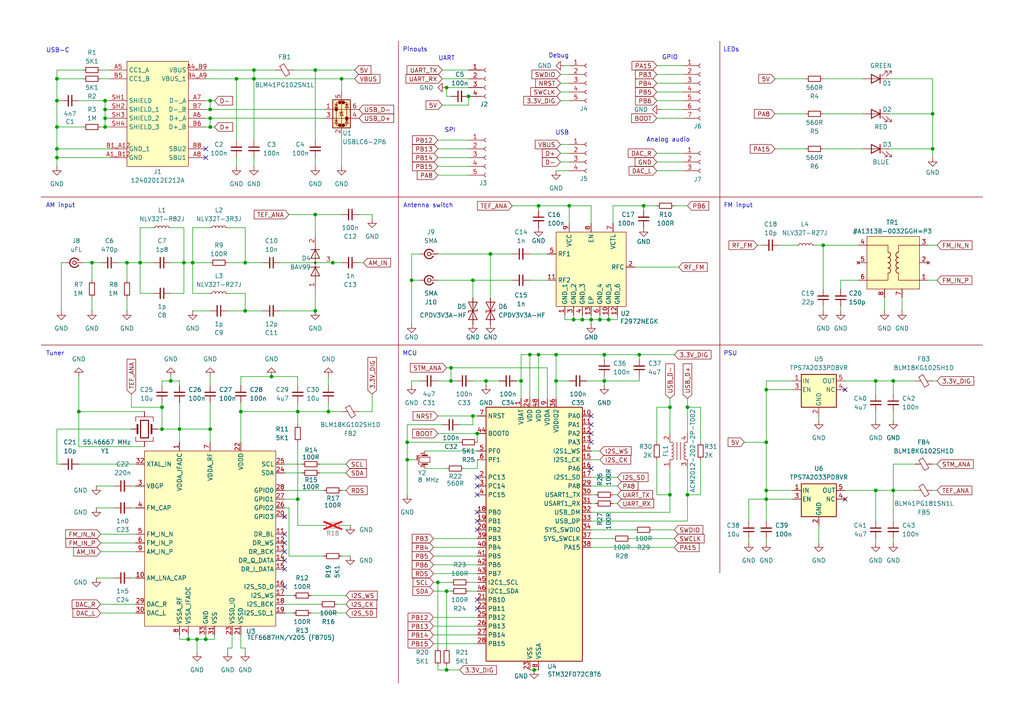
<source format=kicad_sch>
(kicad_sch (version 20231120) (generator "eeschema") (generator_version "8.0")
  (paper "A4")
  (title_block (title "TEF668X Headless USB Tuner") (date "2024-09-01") (rev "v1.1") (company "FMDX.org: Konrad Kosmatka & Sjef Verhoeven"))
  (junction (at 175.26 110.49))
  (junction (at 259.08 142.24))
  (junction (at 96.52 76.2))
  (junction (at 186.69 59.69))
  (junction (at 137.16 120.65))
  (junction (at 118.11 133.35))
  (junction (at 55.88 76.2))
  (junction (at 86.36 144.78))
  (junction (at 95.25 119.38))
  (junction (at 73.66 20.32))
  (junction (at 78.74 109.22))
  (junction (at 16.51 45.72))
  (junction (at 156.21 59.69))
  (junction (at 238.76 71.12))
  (junction (at 156.21 102.87))
  (junction (at 129.54 194.31))
  (junction (at 69.85 119.38))
  (junction (at 60.96 34.29))
  (junction (at 222.25 144.78))
  (junction (at 222.25 128.27))
  (junction (at 60.96 36.83))
  (junction (at 142.24 73.66))
  (junction (at 176.53 92.71))
  (junction (at 46.99 118.11))
  (junction (at 73.66 22.86))
  (junction (at 194.31 118.11))
  (junction (at 91.44 90.17))
  (junction (at 135.89 27.94))
  (junction (at 140.97 110.49))
  (junction (at 161.29 102.87))
  (junction (at 16.51 29.21))
  (junction (at 137.16 81.28))
  (junction (at 185.42 102.87))
  (junction (at 57.15 185.42))
  (junction (at 222.25 142.24))
  (junction (at 222.25 113.03))
  (junction (at 138.43 125.73))
  (junction (at 52.07 124.46))
  (junction (at 71.12 90.17))
  (junction (at 254 110.49))
  (junction (at 127 168.91))
  (junction (at 130.81 110.49))
  (junction (at 30.48 29.21))
  (junction (at 154.94 194.31))
  (junction (at 129.54 25.4))
  (junction (at 130.81 106.68))
  (junction (at 199.39 143.51))
  (junction (at 91.44 62.23))
  (junction (at 199.39 118.11))
  (junction (at 175.26 102.87))
  (junction (at 99.06 22.86))
  (junction (at 49.53 110.49))
  (junction (at 119.38 81.28))
  (junction (at 270.51 43.18))
  (junction (at 40.64 76.2))
  (junction (at 53.34 76.2))
  (junction (at 26.67 76.2))
  (junction (at 16.51 36.83))
  (junction (at 129.54 171.45))
  (junction (at 254 142.24))
  (junction (at 36.83 76.2))
  (junction (at 54.61 185.42))
  (junction (at 30.48 34.29))
  (junction (at 91.44 20.32))
  (junction (at 30.48 36.83))
  (junction (at 270.51 33.02))
  (junction (at 16.51 43.18))
  (junction (at 151.13 110.49))
  (junction (at 118.11 128.27))
  (junction (at 59.69 185.42))
  (junction (at 161.29 110.49))
  (junction (at 68.58 22.86))
  (junction (at 60.96 29.21))
  (junction (at 168.91 92.71))
  (junction (at 194.31 143.51))
  (junction (at 153.67 102.87))
  (junction (at 22.86 119.38))
  (junction (at 46.99 124.46))
  (junction (at 71.12 76.2))
  (junction (at 30.48 31.75))
  (junction (at 16.51 22.86))
  (junction (at 166.37 92.71))
  (junction (at 165.1 59.69))
  (junction (at 60.96 31.75))
  (junction (at 173.99 92.71))
  (junction (at 86.36 119.38))
  (junction (at 171.45 92.71))
  (junction (at 259.08 110.49))
  (junction (at 60.96 124.46))
  (no_connect (at 171.45 123.19))
  (no_connect (at 138.43 138.43))
  (no_connect (at 171.45 128.27))
  (no_connect (at 82.55 149.86))
  (no_connect (at 82.55 162.56))
  (no_connect (at 138.43 176.53))
  (no_connect (at 82.55 157.48))
  (no_connect (at 82.55 154.94))
  (no_connect (at 138.43 173.99))
  (no_connect (at 171.45 120.65))
  (no_connect (at 59.69 43.18))
  (no_connect (at 59.69 45.72))
  (no_connect (at 245.11 144.78))
  (no_connect (at 138.43 148.59))
  (no_connect (at 82.55 170.18))
  (no_connect (at 82.55 160.02))
  (no_connect (at 138.43 153.67))
  (no_connect (at 138.43 140.97))
  (no_connect (at 82.55 165.1))
  (no_connect (at 138.43 143.51))
  (no_connect (at 171.45 125.73))
  (no_connect (at 245.11 113.03))
  (no_connect (at 171.45 135.89))
  (no_connect (at 138.43 151.13))
  (wire (pts (xy 118.11 123.19) (xy 118.11 128.27)))
  (wire (pts (xy 91.44 62.23) (xy 91.44 68.58)))
  (wire (pts (xy 171.45 140.97) (xy 179.07 140.97)))
  (wire (pts (xy 46.99 118.11) (xy 46.99 116.84)))
  (wire (pts (xy 254 110.49) (xy 254 114.3)))
  (wire (pts (xy 81.28 90.17) (xy 91.44 90.17)))
  (wire (pts (xy 59.69 34.29) (xy 60.96 34.29)))
  (wire (pts (xy 199.39 115.57) (xy 199.39 118.11)))
  (wire (pts (xy 245.11 142.24) (xy 254 142.24)))
  (wire (pts (xy 259.08 142.24) (xy 265.43 142.24)))
  (wire (pts (xy 16.51 29.21) (xy 17.78 29.21)))
  (wire (pts (xy 137.16 110.49) (xy 140.97 110.49)))
  (wire (pts (xy 71.12 90.17) (xy 71.12 85.09)))
  (wire (pts (xy 127 50.8) (xy 135.89 50.8)))
  (wire (pts (xy 52.07 116.84) (xy 52.07 124.46)))
  (wire (pts (xy 172.72 143.51) (xy 171.45 143.51)))
  (wire (pts (xy 40.64 76.2) (xy 40.64 85.09)))
  (wire (pts (xy 243.84 90.17) (xy 243.84 88.9)))
  (wire (pts (xy 222.25 110.49) (xy 229.87 110.49)))
  (wire (pts (xy 138.43 135.89) (xy 138.43 133.35)))
  (wire (pts (xy 29.21 20.32) (xy 31.75 20.32)))
  (wire (pts (xy 30.48 34.29) (xy 30.48 36.83)))
  (wire (pts (xy 82.55 175.26) (xy 92.71 175.26)))
  (wire (pts (xy 66.04 187.96) (xy 66.04 189.23)))
  (wire (pts (xy 171.45 138.43) (xy 179.07 138.43)))
  (wire (pts (xy 83.82 147.32) (xy 83.82 161.29)))
  (wire (pts (xy 119.38 110.49) (xy 119.38 111.76)))
  (polyline (pts (xy 208.788 11.938) (xy 208.788 166.116)) (stroke (width 0) (color 132 0 0 1)))
  (wire (pts (xy 179.07 91.44) (xy 179.07 92.71)))
  (wire (pts (xy 151.13 102.87) (xy 153.67 102.87)))
  (wire (pts (xy 182.88 156.21) (xy 195.58 156.21)))
  (wire (pts (xy 162.56 26.67) (xy 165.1 26.67)))
  (wire (pts (xy 60.96 109.22) (xy 60.96 111.76)))
  (wire (pts (xy 194.31 135.89) (xy 194.31 143.51)))
  (wire (pts (xy 140.97 111.76) (xy 140.97 110.49)))
  (wire (pts (xy 49.53 76.2) (xy 53.34 76.2)))
  (wire (pts (xy 29.21 175.26) (xy 39.37 175.26)))
  (wire (pts (xy 66.04 90.17) (xy 71.12 90.17)))
  (wire (pts (xy 270.51 33.02) (xy 270.51 43.18)))
  (wire (pts (xy 125.73 171.45) (xy 129.54 171.45)))
  (wire (pts (xy 38.1 147.32) (xy 39.37 147.32)))
  (wire (pts (xy 129.54 193.04) (xy 129.54 194.31)))
  (wire (pts (xy 86.36 144.78) (xy 86.36 152.4)))
  (wire (pts (xy 119.38 81.28) (xy 119.38 93.98)))
  (wire (pts (xy 215.9 128.27) (xy 222.25 128.27)))
  (wire (pts (xy 125.73 163.83) (xy 138.43 163.83)))
  (wire (pts (xy 175.26 109.22) (xy 175.26 110.49)))
  (wire (pts (xy 217.17 144.78) (xy 222.25 144.78)))
  (wire (pts (xy 171.45 153.67) (xy 184.15 153.67)))
  (wire (pts (xy 129.54 25.4) (xy 135.89 25.4)))
  (wire (pts (xy 127 73.66) (xy 142.24 73.66)))
  (wire (pts (xy 26.67 76.2) (xy 26.67 81.28)))
  (wire (pts (xy 67.31 187.96) (xy 67.31 184.15)))
  (wire (pts (xy 78.74 109.22) (xy 86.36 109.22)))
  (wire (pts (xy 53.34 76.2) (xy 55.88 76.2)))
  (wire (pts (xy 17.78 76.2) (xy 19.05 76.2)))
  (wire (pts (xy 38.1 167.64) (xy 39.37 167.64)))
  (wire (pts (xy 46.99 110.49) (xy 46.99 111.76)))
  (wire (pts (xy 222.25 144.78) (xy 222.25 151.13)))
  (wire (pts (xy 259.08 110.49) (xy 259.08 114.3)))
  (wire (pts (xy 137.16 123.19) (xy 137.16 120.65)))
  (wire (pts (xy 91.44 20.32) (xy 102.87 20.32)))
  (wire (pts (xy 27.94 167.64) (xy 33.02 167.64)))
  (wire (pts (xy 269.24 71.12) (xy 271.78 71.12)))
  (wire (pts (xy 71.12 90.17) (xy 76.2 90.17)))
  (wire (pts (xy 217.17 157.48) (xy 217.17 156.21)))
  (wire (pts (xy 86.36 109.22) (xy 86.36 111.76)))
  (wire (pts (xy 57.15 185.42) (xy 59.69 185.42)))
  (wire (pts (xy 22.86 129.54) (xy 41.91 129.54)))
  (wire (pts (xy 161.29 102.87) (xy 161.29 110.49)))
  (wire (pts (xy 104.14 119.38) (xy 107.95 119.38)))
  (wire (pts (xy 190.5 133.35) (xy 190.5 143.51)))
  (wire (pts (xy 161.29 102.87) (xy 175.26 102.87)))
  (wire (pts (xy 71.12 66.04) (xy 71.12 76.2)))
  (wire (pts (xy 179.07 143.51) (xy 177.8 143.51)))
  (wire (pts (xy 189.23 153.67) (xy 195.58 153.67)))
  (wire (pts (xy 168.91 92.71) (xy 171.45 92.71)))
  (wire (pts (xy 171.45 91.44) (xy 171.45 92.71)))
  (wire (pts (xy 162.56 29.21) (xy 165.1 29.21)))
  (wire (pts (xy 222.25 110.49) (xy 222.25 113.03)))
  (wire (pts (xy 222.25 128.27) (xy 222.25 142.24)))
  (wire (pts (xy 153.67 102.87) (xy 156.21 102.87)))
  (wire (pts (xy 172.72 146.05) (xy 171.45 146.05)))
  (wire (pts (xy 203.2 128.27) (xy 203.2 118.11)))
  (wire (pts (xy 66.04 66.04) (xy 71.12 66.04)))
  (wire (pts (xy 71.12 76.2) (xy 76.2 76.2)))
  (wire (pts (xy 194.31 143.51) (xy 194.31 148.59)))
  (wire (pts (xy 95.25 109.22) (xy 95.25 111.76)))
  (wire (pts (xy 82.55 134.62) (xy 87.63 134.62)))
  (wire (pts (xy 52.07 124.46) (xy 60.96 124.46)))
  (wire (pts (xy 163.83 92.71) (xy 166.37 92.71)))
  (wire (pts (xy 91.44 62.23) (xy 99.06 62.23)))
  (wire (pts (xy 69.85 187.96) (xy 69.85 184.15)))
  (wire (pts (xy 62.23 185.42) (xy 62.23 184.15)))
  (wire (pts (xy 82.55 142.24) (xy 93.98 142.24)))
  (wire (pts (xy 83.82 161.29) (xy 93.98 161.29)))
  (wire (pts (xy 238.76 90.17) (xy 238.76 88.9)))
  (wire (pts (xy 90.17 172.72) (xy 100.33 172.72)))
  (wire (pts (xy 68.58 22.86) (xy 73.66 22.86)))
  (wire (pts (xy 129.54 171.45) (xy 130.81 171.45)))
  (wire (pts (xy 222.25 157.48) (xy 222.25 156.21)))
  (wire (pts (xy 165.1 59.69) (xy 171.45 59.69)))
  (wire (pts (xy 259.08 157.48) (xy 259.08 156.21)))
  (wire (pts (xy 130.81 106.68) (xy 158.75 106.68)))
  (wire (pts (xy 52.07 185.42) (xy 54.61 185.42)))
  (wire (pts (xy 92.71 137.16) (xy 100.33 137.16)))
  (wire (pts (xy 153.67 73.66) (xy 158.75 73.66)))
  (wire (pts (xy 173.99 92.71) (xy 176.53 92.71)))
  (wire (pts (xy 29.21 177.8) (xy 39.37 177.8)))
  (wire (pts (xy 119.38 110.49) (xy 121.92 110.49)))
  (wire (pts (xy 224.79 43.18) (xy 233.68 43.18)))
  (wire (pts (xy 186.69 59.69) (xy 190.5 59.69)))
  (wire (pts (xy 165.1 59.69) (xy 165.1 64.77)))
  (wire (pts (xy 190.5 44.45) (xy 198.12 44.45)))
  (wire (pts (xy 16.51 134.62) (xy 17.78 134.62)))
  (wire (pts (xy 170.18 110.49) (xy 175.26 110.49)))
  (wire (pts (xy 254 142.24) (xy 254 151.13)))
  (wire (pts (xy 135.89 171.45) (xy 138.43 171.45)))
  (wire (pts (xy 46.99 110.49) (xy 49.53 110.49)))
  (wire (pts (xy 60.96 116.84) (xy 60.96 124.46)))
  (wire (pts (xy 128.27 30.48) (xy 135.89 30.48)))
  (wire (pts (xy 59.69 20.32) (xy 73.66 20.32)))
  (wire (pts (xy 186.69 60.96) (xy 186.69 59.69)))
  (wire (pts (xy 69.85 116.84) (xy 69.85 119.38)))
  (wire (pts (xy 238.76 22.86) (xy 250.19 22.86)))
  (wire (pts (xy 54.61 185.42) (xy 54.61 184.15)))
  (wire (pts (xy 171.45 92.71) (xy 173.99 92.71)))
  (wire (pts (xy 107.95 62.23) (xy 107.95 63.5)))
  (wire (pts (xy 99.06 22.86) (xy 102.87 22.86)))
  (wire (pts (xy 127 194.31) (xy 129.54 194.31)))
  (wire (pts (xy 222.25 113.03) (xy 229.87 113.03)))
  (wire (pts (xy 38.1 114.3) (xy 38.1 118.11)))
  (wire (pts (xy 171.45 92.71) (xy 171.45 93.98)))
  (wire (pts (xy 34.29 76.2) (xy 36.83 76.2)))
  (wire (pts (xy 82.55 177.8) (xy 85.09 177.8)))
  (wire (pts (xy 16.51 36.83) (xy 16.51 29.21)))
  (wire (pts (xy 17.78 90.17) (xy 17.78 76.2)))
  (wire (pts (xy 91.44 20.32) (xy 91.44 40.64)))
  (wire (pts (xy 69.85 109.22) (xy 69.85 111.76)))
  (wire (pts (xy 127 125.73) (xy 138.43 125.73)))
  (wire (pts (xy 257.81 33.02) (xy 270.51 33.02)))
  (wire (pts (xy 199.39 135.89) (xy 199.39 143.51)))
  (wire (pts (xy 16.51 134.62) (xy 16.51 124.46)))
  (wire (pts (xy 22.86 29.21) (xy 30.48 29.21)))
  (wire (pts (xy 52.07 124.46) (xy 52.07 128.27)))
  (wire (pts (xy 30.48 34.29) (xy 31.75 34.29)))
  (wire (pts (xy 71.12 85.09) (xy 66.04 85.09)))
  (wire (pts (xy 16.51 20.32) (xy 24.13 20.32)))
  (wire (pts (xy 86.36 116.84) (xy 86.36 119.38)))
  (wire (pts (xy 190.5 34.29) (xy 198.12 34.29)))
  (wire (pts (xy 52.07 110.49) (xy 52.07 111.76)))
  (wire (pts (xy 16.51 36.83) (xy 24.13 36.83)))
  (wire (pts (xy 40.64 76.2) (xy 44.45 76.2)))
  (wire (pts (xy 190.5 24.13) (xy 198.12 24.13)))
  (wire (pts (xy 149.86 110.49) (xy 151.13 110.49)))
  (wire (pts (xy 140.97 110.49) (xy 144.78 110.49)))
  (wire (pts (xy 82.55 172.72) (xy 85.09 172.72)))
  (wire (pts (xy 68.58 45.72) (xy 68.58 48.26)))
  (wire (pts (xy 91.44 83.82) (xy 91.44 90.17)))
  (wire (pts (xy 254 142.24) (xy 259.08 142.24)))
  (wire (pts (xy 163.83 19.05) (xy 165.1 19.05)))
  (wire (pts (xy 222.25 144.78) (xy 222.25 142.24)))
  (wire (pts (xy 60.96 29.21) (xy 62.23 29.21)))
  (wire (pts (xy 71.12 187.96) (xy 71.12 189.23)))
  (wire (pts (xy 129.54 106.68) (xy 130.81 106.68)))
  (wire (pts (xy 60.96 29.21) (xy 60.96 31.75)))
  (wire (pts (xy 22.86 109.22) (xy 22.86 119.38)))
  (wire (pts (xy 127 168.91) (xy 130.81 168.91)))
  (wire (pts (xy 151.13 110.49) (xy 151.13 115.57)))
  (wire (pts (xy 73.66 45.72) (xy 73.66 48.26)))
  (wire (pts (xy 224.79 22.86) (xy 233.68 22.86)))
  (wire (pts (xy 86.36 152.4) (xy 93.98 152.4)))
  (wire (pts (xy 57.15 185.42) (xy 57.15 189.23)))
  (wire (pts (xy 137.16 81.28) (xy 148.59 81.28)))
  (wire (pts (xy 69.85 119.38) (xy 86.36 119.38)))
  (wire (pts (xy 173.99 130.81) (xy 171.45 130.81)))
  (wire (pts (xy 128.27 20.32) (xy 135.89 20.32)))
  (wire (pts (xy 86.36 123.19) (xy 86.36 119.38)))
  (wire (pts (xy 96.52 76.2) (xy 99.06 76.2)))
  (wire (pts (xy 123.19 130.81) (xy 138.43 130.81)))
  (wire (pts (xy 153.67 81.28) (xy 158.75 81.28)))
  (wire (pts (xy 81.28 76.2) (xy 96.52 76.2)))
  (wire (pts (xy 129.54 194.31) (xy 133.35 194.31)))
  (wire (pts (xy 194.31 115.57) (xy 194.31 118.11)))
  (wire (pts (xy 22.86 134.62) (xy 39.37 134.62)))
  (wire (pts (xy 59.69 36.83) (xy 60.96 36.83)))
  (wire (pts (xy 36.83 90.17) (xy 36.83 86.36)))
  (wire (pts (xy 54.61 185.42) (xy 57.15 185.42)))
  (wire (pts (xy 29.21 160.02) (xy 39.37 160.02)))
  (wire (pts (xy 38.1 118.11) (xy 46.99 118.11)))
  (wire (pts (xy 199.39 118.11) (xy 199.39 125.73)))
  (wire (pts (xy 254 119.38) (xy 254 121.92)))
  (wire (pts (xy 142.24 73.66) (xy 142.24 86.36)))
  (wire (pts (xy 171.45 156.21) (xy 177.8 156.21)))
  (wire (pts (xy 190.5 143.51) (xy 194.31 143.51)))
  (wire (pts (xy 60.96 34.29) (xy 60.96 36.83)))
  (wire (pts (xy 129.54 27.94) (xy 129.54 25.4)))
  (wire (pts (xy 270.51 142.24) (xy 271.78 142.24)))
  (wire (pts (xy 69.85 109.22) (xy 78.74 109.22)))
  (wire (pts (xy 90.17 177.8) (xy 100.33 177.8)))
  (wire (pts (xy 162.56 24.13) (xy 165.1 24.13)))
  (wire (pts (xy 162.56 46.99) (xy 165.1 46.99)))
  (wire (pts (xy 156.21 60.96) (xy 156.21 59.69)))
  (wire (pts (xy 16.51 43.18) (xy 16.51 45.72)))
  (wire (pts (xy 191.77 31.75) (xy 198.12 31.75)))
  (wire (pts (xy 270.51 45.72) (xy 270.51 43.18)))
  (wire (pts (xy 127 168.91) (xy 127 187.96)))
  (wire (pts (xy 195.58 59.69) (xy 199.39 59.69)))
  (wire (pts (xy 171.45 158.75) (xy 195.58 158.75)))
  (wire (pts (xy 229.87 144.78) (xy 222.25 144.78)))
  (wire (pts (xy 82.55 137.16) (xy 87.63 137.16)))
  (wire (pts (xy 86.36 119.38) (xy 95.25 119.38)))
  (wire (pts (xy 162.56 41.91) (xy 165.1 41.91)))
  (wire (pts (xy 171.45 59.69) (xy 171.45 64.77)))
  (wire (pts (xy 259.08 142.24) (xy 259.08 151.13)))
  (wire (pts (xy 86.36 128.27) (xy 86.36 144.78)))
  (wire (pts (xy 59.69 31.75) (xy 60.96 31.75)))
  (wire (pts (xy 259.08 110.49) (xy 265.43 110.49)))
  (wire (pts (xy 66.04 187.96) (xy 67.31 187.96)))
  (wire (pts (xy 259.08 119.38) (xy 259.08 121.92)))
  (wire (pts (xy 91.44 45.72) (xy 91.44 48.26)))
  (wire (pts (xy 127 40.64) (xy 135.89 40.64)))
  (wire (pts (xy 237.49 120.65) (xy 237.49 121.92)))
  (wire (pts (xy 55.88 76.2) (xy 55.88 85.09)))
  (wire (pts (xy 190.5 19.05) (xy 198.12 19.05)))
  (polyline (pts (xy 115.57 11.938) (xy 115.57 198.12)) (stroke (width 0) (color 132 0 0 1)))
  (wire (pts (xy 95.25 116.84) (xy 95.25 119.38)))
  (wire (pts (xy 118.11 128.27) (xy 133.35 128.27)))
  (wire (pts (xy 125.73 168.91) (xy 127 168.91)))
  (wire (pts (xy 123.19 135.89) (xy 129.54 135.89)))
  (wire (pts (xy 129.54 171.45) (xy 129.54 187.96)))
  (wire (pts (xy 127 193.04) (xy 127 194.31)))
  (wire (pts (xy 45.72 124.46) (xy 46.99 124.46)))
  (wire (pts (xy 68.58 22.86) (xy 68.58 40.64)))
  (wire (pts (xy 162.56 44.45) (xy 165.1 44.45)))
  (wire (pts (xy 127 48.26) (xy 135.89 48.26)))
  (wire (pts (xy 194.31 118.11) (xy 194.31 125.73)))
  (wire (pts (xy 137.16 123.19) (xy 133.35 123.19)))
  (wire (pts (xy 250.19 33.02) (xy 238.76 33.02)))
  (wire (pts (xy 259.08 134.62) (xy 265.43 134.62)))
  (wire (pts (xy 190.5 21.59) (xy 198.12 21.59)))
  (wire (pts (xy 190.5 118.11) (xy 190.5 128.27)))
  (wire (pts (xy 161.29 49.53) (xy 165.1 49.53)))
  (wire (pts (xy 60.96 31.75) (xy 93.98 31.75)))
  (wire (pts (xy 156.21 115.57) (xy 156.21 102.87)))
  (wire (pts (xy 83.82 62.23) (xy 91.44 62.23)))
  (wire (pts (xy 66.04 76.2) (xy 71.12 76.2)))
  (wire (pts (xy 99.06 39.37) (xy 99.06 48.26)))
  (wire (pts (xy 226.06 71.12) (xy 231.14 71.12)))
  (wire (pts (xy 237.49 152.4) (xy 237.49 157.48)))
  (wire (pts (xy 24.13 76.2) (xy 26.67 76.2)))
  (wire (pts (xy 148.59 59.69) (xy 156.21 59.69)))
  (wire (pts (xy 27.94 140.97) (xy 33.02 140.97)))
  (wire (pts (xy 59.69 22.86) (xy 68.58 22.86)))
  (wire (pts (xy 27.94 147.32) (xy 33.02 147.32)))
  (wire (pts (xy 194.31 148.59) (xy 171.45 148.59)))
  (wire (pts (xy 52.07 185.42) (xy 52.07 184.15)))
  (wire (pts (xy 36.83 76.2) (xy 40.64 76.2)))
  (wire (pts (xy 130.81 110.49) (xy 127 110.49)))
  (wire (pts (xy 99.06 152.4) (xy 101.6 152.4)))
  (wire (pts (xy 154.94 194.31) (xy 156.21 194.31)))
  (wire (pts (xy 177.8 59.69) (xy 177.8 64.77)))
  (wire (pts (xy 177.8 59.69) (xy 186.69 59.69)))
  (wire (pts (xy 153.67 102.87) (xy 153.67 115.57)))
  (wire (pts (xy 130.81 27.94) (xy 129.54 27.94)))
  (wire (pts (xy 127 120.65) (xy 137.16 120.65)))
  (wire (pts (xy 137.16 81.28) (xy 137.16 86.36)))
  (wire (pts (xy 222.25 142.24) (xy 229.87 142.24)))
  (wire (pts (xy 46.99 124.46) (xy 52.07 124.46)))
  (wire (pts (xy 125.73 184.15) (xy 138.43 184.15)))
  (wire (pts (xy 104.14 62.23) (xy 107.95 62.23)))
  (wire (pts (xy 40.64 66.04) (xy 44.45 66.04)))
  (wire (pts (xy 105.41 76.2) (xy 104.14 76.2)))
  (wire (pts (xy 220.98 71.12) (xy 219.71 71.12)))
  (wire (pts (xy 179.07 146.05) (xy 177.8 146.05)))
  (wire (pts (xy 60.96 34.29) (xy 93.98 34.29)))
  (wire (pts (xy 125.73 186.69) (xy 138.43 186.69)))
  (wire (pts (xy 49.53 66.04) (xy 53.34 66.04)))
  (wire (pts (xy 60.96 36.83) (xy 62.23 36.83)))
  (wire (pts (xy 270.51 134.62) (xy 271.78 134.62)))
  (wire (pts (xy 121.92 73.66) (xy 119.38 73.66)))
  (wire (pts (xy 59.69 29.21) (xy 60.96 29.21)))
  (wire (pts (xy 163.83 91.44) (xy 163.83 92.71)))
  (wire (pts (xy 127 43.18) (xy 135.89 43.18)))
  (wire (pts (xy 59.69 185.42) (xy 62.23 185.42)))
  (wire (pts (xy 125.73 158.75) (xy 138.43 158.75)))
  (wire (pts (xy 166.37 91.44) (xy 166.37 92.71)))
  (wire (pts (xy 190.5 49.53) (xy 198.12 49.53)))
  (wire (pts (xy 175.26 102.87) (xy 185.42 102.87)))
  (wire (pts (xy 203.2 133.35) (xy 203.2 143.51)))
  (wire (pts (xy 125.73 181.61) (xy 138.43 181.61)))
  (wire (pts (xy 270.51 22.86) (xy 270.51 33.02)))
  (wire (pts (xy 190.5 26.67) (xy 198.12 26.67)))
  (wire (pts (xy 158.75 106.68) (xy 158.75 115.57)))
  (wire (pts (xy 30.48 31.75) (xy 31.75 31.75)))
  (polyline (pts (xy 11.938 57.15) (xy 284.988 57.15)) (stroke (width 0) (color 132 0 0 1)))
  (wire (pts (xy 254 110.49) (xy 259.08 110.49)))
  (wire (pts (xy 55.88 90.17) (xy 60.96 90.17)))
  (wire (pts (xy 118.11 133.35) (xy 120.65 133.35)))
  (wire (pts (xy 142.24 73.66) (xy 148.59 73.66)))
  (wire (pts (xy 156.21 59.69) (xy 165.1 59.69)))
  (wire (pts (xy 256.54 90.17) (xy 256.54 86.36)))
  (wire (pts (xy 46.99 118.11) (xy 46.99 124.46)))
  (wire (pts (xy 73.66 20.32) (xy 80.01 20.32)))
  (wire (pts (xy 69.85 119.38) (xy 69.85 128.27)))
  (wire (pts (xy 40.64 66.04) (xy 40.64 76.2)))
  (wire (pts (xy 49.53 110.49) (xy 52.07 110.49)))
  (wire (pts (xy 222.25 113.03) (xy 222.25 128.27)))
  (wire (pts (xy 82.55 144.78) (xy 86.36 144.78)))
  (wire (pts (xy 26.67 76.2) (xy 29.21 76.2)))
  (wire (pts (xy 261.62 90.17) (xy 261.62 86.36)))
  (wire (pts (xy 16.51 124.46) (xy 38.1 124.46)))
  (wire (pts (xy 59.69 185.42) (xy 59.69 184.15)))
  (wire (pts (xy 185.42 109.22) (xy 185.42 110.49)))
  (wire (pts (xy 243.84 81.28) (xy 248.92 81.28)))
  (wire (pts (xy 73.66 22.86) (xy 99.06 22.86)))
  (wire (pts (xy 238.76 71.12) (xy 248.92 71.12)))
  (wire (pts (xy 243.84 81.28) (xy 243.84 83.82)))
  (wire (pts (xy 30.48 29.21) (xy 31.75 29.21)))
  (wire (pts (xy 29.21 36.83) (xy 30.48 36.83)))
  (wire (pts (xy 97.79 175.26) (xy 100.33 175.26)))
  (wire (pts (xy 236.22 71.12) (xy 238.76 71.12)))
  (wire (pts (xy 173.99 91.44) (xy 173.99 92.71)))
  (wire (pts (xy 203.2 118.11) (xy 199.39 118.11)))
  (wire (pts (xy 99.06 161.29) (xy 101.6 161.29)))
  (wire (pts (xy 40.64 85.09) (xy 44.45 85.09)))
  (wire (pts (xy 128.27 22.86) (xy 135.89 22.86)))
  (wire (pts (xy 125.73 161.29) (xy 138.43 161.29)))
  (wire (pts (xy 49.53 85.09) (xy 53.34 85.09)))
  (wire (pts (xy 30.48 29.21) (xy 30.48 31.75)))
  (wire (pts (xy 119.38 73.66) (xy 119.38 81.28)))
  (wire (pts (xy 199.39 143.51) (xy 199.39 151.13)))
  (wire (pts (xy 16.51 36.83) (xy 16.51 43.18)))
  (wire (pts (xy 138.43 125.73) (xy 138.43 128.27)))
  (wire (pts (xy 166.37 92.71) (xy 168.91 92.71)))
  (wire (pts (xy 245.11 110.49) (xy 254 110.49)))
  (wire (pts (xy 190.5 29.21) (xy 198.12 29.21)))
  (wire (pts (xy 55.88 66.04) (xy 60.96 66.04)))
  (wire (pts (xy 49.53 109.22) (xy 49.53 110.49)))
  (wire (pts (xy 16.51 29.21) (xy 16.51 22.86)))
  (wire (pts (xy 161.29 115.57) (xy 161.29 110.49)))
  (wire (pts (xy 175.26 110.49) (xy 175.26 111.76)))
  (wire (pts (xy 92.71 134.62) (xy 100.33 134.62)))
  (wire (pts (xy 254 157.48) (xy 254 156.21)))
  (wire (pts (xy 118.11 128.27) (xy 118.11 133.35)))
  (wire (pts (xy 16.51 45.72) (xy 31.75 45.72)))
  (wire (pts (xy 190.5 46.99) (xy 198.12 46.99)))
  (wire (pts (xy 30.48 36.83) (xy 31.75 36.83)))
  (wire (pts (xy 130.81 106.68) (xy 130.81 110.49)))
  (wire (pts (xy 16.51 45.72) (xy 16.51 48.26)))
  (wire (pts (xy 171.45 133.35) (xy 173.99 133.35)))
  (wire (pts (xy 60.96 124.46) (xy 60.96 128.27)))
  (wire (pts (xy 125.73 166.37) (xy 138.43 166.37)))
  (wire (pts (xy 29.21 22.86) (xy 31.75 22.86)))
  (wire (pts (xy 119.38 81.28) (xy 121.92 81.28)))
  (wire (pts (xy 100.33 142.24) (xy 99.06 142.24)))
  (wire (pts (xy 26.67 86.36) (xy 26.67 90.17)))
  (wire (pts (xy 29.21 154.94) (xy 39.37 154.94)))
  (wire (pts (xy 171.45 151.13) (xy 199.39 151.13)))
  (wire (pts (xy 184.15 77.47) (xy 196.85 77.47)))
  (wire (pts (xy 118.11 123.19) (xy 128.27 123.19)))
  (wire (pts (xy 82.55 147.32) (xy 83.82 147.32)))
  (wire (pts (xy 36.83 76.2) (xy 36.83 81.28)))
  (wire (pts (xy 217.17 144.78) (xy 217.17 151.13)))
  (wire (pts (xy 132.08 110.49) (xy 130.81 110.49)))
  (wire (pts (xy 85.09 20.32) (xy 91.44 20.32)))
  (wire (pts (xy 118.11 133.35) (xy 118.11 143.51)))
  (wire (pts (xy 38.1 140.97) (xy 39.37 140.97)))
  (wire (pts (xy 156.21 102.87) (xy 161.29 102.87)))
  (wire (pts (xy 176.53 91.44) (xy 176.53 92.71)))
  (wire (pts (xy 269.24 81.28) (xy 271.78 81.28)))
  (wire (pts (xy 73.66 20.32) (xy 73.66 22.86)))
  (wire (pts (xy 238.76 71.12) (xy 238.76 83.82)))
  (wire (pts (xy 30.48 31.75) (xy 30.48 34.29)))
  (wire (pts (xy 55.88 66.04) (xy 55.88 76.2)))
  (wire (pts (xy 125.73 179.07) (xy 138.43 179.07)))
  (wire (pts (xy 162.56 21.59) (xy 165.1 21.59)))
  (wire (pts (xy 176.53 92.71) (xy 179.07 92.71)))
  (wire (pts (xy 107.95 114.3) (xy 107.95 119.38)))
  (wire (pts (xy 194.31 118.11) (xy 190.5 118.11)))
  (wire (pts (xy 175.26 102.87) (xy 175.26 104.14)))
  (wire (pts (xy 16.51 22.86) (xy 24.13 22.86)))
  (wire (pts (xy 95.25 119.38) (xy 99.06 119.38)))
  (wire (pts (xy 224.79 33.02) (xy 233.68 33.02)))
  (wire (pts (xy 53.34 76.2) (xy 53.34 85.09)))
  (wire (pts (xy 127 45.72) (xy 135.89 45.72)))
  (wire (pts (xy 29.21 157.48) (xy 39.37 157.48)))
  (wire (pts (xy 55.88 76.2) (xy 60.96 76.2)))
  (wire (pts (xy 127 81.28) (xy 137.16 81.28)))
  (wire (pts (xy 257.81 22.86) (xy 270.51 22.86)))
  (wire (pts (xy 175.26 110.49) (xy 185.42 110.49)))
  (wire (pts (xy 55.88 85.09) (xy 60.96 85.09)))
  (wire (pts (xy 22.86 119.38) (xy 22.86 129.54)))
  (wire (pts (xy 16.51 22.86) (xy 16.51 20.32)))
  (wire (pts (xy 259.08 134.62) (xy 259.08 142.24)))
  (wire (pts (xy 257.81 43.18) (xy 270.51 43.18)))
  (wire (pts (xy 151.13 110.49) (xy 151.13 102.87)))
  (wire (pts (xy 185.42 102.87) (xy 185.42 104.14)))
  (wire (pts (xy 165.1 110.49) (xy 161.29 110.49)))
  (wire (pts (xy 99.06 22.86) (xy 99.06 26.67)))
  (wire (pts (xy 168.91 91.44) (xy 168.91 92.71)))
  (wire (pts (xy 22.86 119.38) (xy 41.91 119.38)))
  (wire (pts (xy 185.42 102.87) (xy 195.58 102.87)))
  (wire (pts (xy 135.89 30.48) (xy 135.89 27.94)))
  (wire (pts (xy 154.94 194.31) (xy 153.67 194.31)))
  (wire (pts (xy 270.51 110.49) (xy 271.78 110.49)))
  (wire (pts (xy 125.73 156.21) (xy 138.43 156.21)))
  (wire (pts (xy 199.39 143.51) (xy 203.2 143.51)))
  (wire (pts (xy 137.16 120.65) (xy 138.43 120.65)))
  (wire (pts (xy 53.34 66.04) (xy 53.34 76.2)))
  (wire (pts (xy 73.66 22.86) (xy 73.66 40.64)))
  (wire (pts (xy 135.89 168.91) (xy 138.43 168.91)))
  (polyline (pts (xy 11.938 100.076) (xy 284.988 100.076)) (stroke (width 0) (color 132 0 0 1)))
  (wire (pts (xy 16.51 43.18) (xy 31.75 43.18)))
  (wire (pts (xy 250.19 43.18) (xy 238.76 43.18)))
  (wire (pts (xy 71.12 187.96) (xy 69.85 187.96)))
  (wire (pts (xy 134.62 135.89) (xy 138.43 135.89)))
  (text "PSU" (at 211.836 102.616 0) (effects (font (size 1.27 1.27))))
  (text "Pinouts\n" (at 120.396 14.478 0) (effects (font (size 1.27 1.27))))
  (text "USB" (at 163.068 38.608 0) (effects (font (size 1.27 1.27))))
  (text "AM input" (at 17.526 59.69 0) (effects (font (size 1.27 1.27))))
  (text "GPIO" (at 194.31 16.764 0) (effects (font (size 1.27 1.27))))
  (text "Antenna switch\n" (at 124.206 59.69 0) (effects (font (size 1.27 1.27))))
  (text "Analog audio" (at 193.802 40.64 0) (effects (font (size 1.27 1.27))))
  (text "MCU" (at 118.872 102.616 0) (effects (font (size 1.27 1.27))))
  (text "UART" (at 129.54 17.018 0) (effects (font (size 1.27 1.27))))
  (text "Tuner" (at 16.002 102.616 0) (effects (font (size 1.27 1.27))))
  (text "USB-C" (at 16.764 14.732 0) (effects (font (size 1.27 1.27))))
  (text "Debug\n" (at 162.052 16.256 0) (effects (font (size 1.27 1.27))))
  (text "FM input" (at 214.122 59.69 0) (effects (font (size 1.27 1.27))))
  (text "SPI" (at 130.556 37.846 0) (effects (font (size 1.27 1.27))))
  (text "LEDs" (at 212.09 14.478 0) (effects (font (size 1.27 1.27))))
  (global_label "PB14" (shape input) (at 125.73 184.15 180) (property "Intersheetrefs" "${INTERSHEET_REFS}" (effects (hide yes))))
  (global_label "SWCLK" (shape input) (at 195.58 156.21 0) (property "Intersheetrefs" "${INTERSHEET_REFS}" (effects (hide yes))))
  (global_label "PB13" (shape input) (at 127 43.18 180) (property "Intersheetrefs" "${INTERSHEET_REFS}" (effects (hide yes))))
  (global_label "I2S_SD" (shape input) (at 179.07 138.43 0) (property "Intersheetrefs" "${INTERSHEET_REFS}" (effects (hide yes))))
  (global_label "GND" (shape input) (at 190.5 46.99 180) (property "Intersheetrefs" "${INTERSHEET_REFS}" (effects (hide yes))))
  (global_label "RF_FM" (shape input) (at 219.71 71.12 180) (property "Intersheetrefs" "${INTERSHEET_REFS}" (effects (hide yes))))
  (global_label "PB4" (shape input) (at 190.5 24.13 180) (property "Intersheetrefs" "${INTERSHEET_REFS}" (effects (hide yes))))
  (global_label "3.3V_DIG" (shape input) (at 271.78 110.49 0) (property "Intersheetrefs" "${INTERSHEET_REFS}" (effects (hide yes))))
  (global_label "PA15" (shape input) (at 190.5 19.05 180) (property "Intersheetrefs" "${INTERSHEET_REFS}" (effects (hide yes))))
  (global_label "PA15" (shape input) (at 195.58 158.75 0) (property "Intersheetrefs" "${INTERSHEET_REFS}" (effects (hide yes))))
  (global_label "NRST" (shape input) (at 127 120.65 180) (property "Intersheetrefs" "${INTERSHEET_REFS}" (effects (hide yes))))
  (global_label "AM_IN" (shape input) (at 105.41 76.2 0) (property "Intersheetrefs" "${INTERSHEET_REFS}" (effects (hide yes))))
  (global_label "PB14" (shape input) (at 127 45.72 180) (property "Intersheetrefs" "${INTERSHEET_REFS}" (effects (hide yes))))
  (global_label "D-" (shape input) (at 162.56 46.99 180) (property "Intersheetrefs" "${INTERSHEET_REFS}" (effects (hide yes))))
  (global_label "FM_IN_N" (shape input) (at 29.21 154.94 180) (property "Intersheetrefs" "${INTERSHEET_REFS}" (effects (hide yes))))
  (global_label "FM_IN_N" (shape input) (at 271.78 71.12 0) (property "Intersheetrefs" "${INTERSHEET_REFS}" (effects (hide yes))))
  (global_label "BOOT" (shape input) (at 190.5 34.29 180) (property "Intersheetrefs" "${INTERSHEET_REFS}" (effects (hide yes))))
  (global_label "FM_IN_P" (shape input) (at 271.78 81.28 0) (property "Intersheetrefs" "${INTERSHEET_REFS}" (effects (hide yes))))
  (global_label "USB_D-" (shape input) (at 104.14 31.75 0) (property "Intersheetrefs" "${INTERSHEET_REFS}" (effects (hide yes))))
  (global_label "SWCLK" (shape input) (at 162.56 26.67 180) (property "Intersheetrefs" "${INTERSHEET_REFS}" (effects (hide yes))))
  (global_label "5V" (shape input) (at 102.87 20.32 0) (property "Intersheetrefs" "${INTERSHEET_REFS}" (effects (hide yes))))
  (global_label "D+" (shape input) (at 162.56 44.45 180) (property "Intersheetrefs" "${INTERSHEET_REFS}" (effects (hide yes))))
  (global_label "SCL" (shape input) (at 125.73 168.91 180) (property "Intersheetrefs" "${INTERSHEET_REFS}" (effects (hide yes))))
  (global_label "3.3V_DIG" (shape input) (at 162.56 29.21 180) (property "Intersheetrefs" "${INTERSHEET_REFS}" (effects (hide yes))))
  (global_label "FM_IN_P" (shape input) (at 29.21 157.48 180) (property "Intersheetrefs" "${INTERSHEET_REFS}" (effects (hide yes))))
  (global_label "SDA" (shape input) (at 125.73 171.45 180) (property "Intersheetrefs" "${INTERSHEET_REFS}" (effects (hide yes))))
  (global_label "D+" (shape input) (at 62.23 36.83 0) (property "Intersheetrefs" "${INTERSHEET_REFS}" (effects (hide yes))))
  (global_label "PA8" (shape input) (at 224.79 33.02 180) (property "Intersheetrefs" "${INTERSHEET_REFS}" (effects (hide yes))))
  (global_label "USB_D+" (shape input) (at 104.14 34.29 0) (property "Intersheetrefs" "${INTERSHEET_REFS}" (effects (hide yes))))
  (global_label "D-" (shape input) (at 62.23 29.21 0) (property "Intersheetrefs" "${INTERSHEET_REFS}" (effects (hide yes))))
  (global_label "DAC_R" (shape input) (at 190.5 44.45 180) (property "Intersheetrefs" "${INTERSHEET_REFS}" (effects (hide yes))))
  (global_label "PB13" (shape input) (at 125.73 181.61 180) (property "Intersheetrefs" "${INTERSHEET_REFS}" (effects (hide yes))))
  (global_label "TEF_ANA" (shape input) (at 38.1 114.3 90) (property "Intersheetrefs" "${INTERSHEET_REFS}" (effects (hide yes))))
  (global_label "I2S_WS" (shape input) (at 173.99 130.81 0) (property "Intersheetrefs" "${INTERSHEET_REFS}" (effects (hide yes))))
  (global_label "SCL" (shape input) (at 100.33 134.62 0) (property "Intersheetrefs" "${INTERSHEET_REFS}" (effects (hide yes))))
  (global_label "UART_TX" (shape input) (at 179.07 143.51 0) (property "Intersheetrefs" "${INTERSHEET_REFS}" (effects (hide yes))))
  (global_label "UART_RX" (shape input) (at 179.07 146.05 0) (property "Intersheetrefs" "${INTERSHEET_REFS}" (effects (hide yes))))
  (global_label "I2S_CK" (shape input) (at 173.99 133.35 0) (property "Intersheetrefs" "${INTERSHEET_REFS}" (effects (hide yes))))
  (global_label "PB3" (shape input) (at 125.73 156.21 180) (property "Intersheetrefs" "${INTERSHEET_REFS}" (effects (hide yes))))
  (global_label "RDS" (shape input) (at 100.33 142.24 0) (property "Intersheetrefs" "${INTERSHEET_REFS}" (effects (hide yes))))
  (global_label "NRST" (shape input) (at 162.56 24.13 180) (property "Intersheetrefs" "${INTERSHEET_REFS}" (effects (hide yes))))
  (global_label "VBUS" (shape input) (at 102.87 22.86 0) (property "Intersheetrefs" "${INTERSHEET_REFS}" (effects (hide yes))))
  (global_label "PB5" (shape input) (at 125.73 161.29 180) (property "Intersheetrefs" "${INTERSHEET_REFS}" (effects (hide yes))))
  (global_label "PB15" (shape input) (at 127 48.26 180) (property "Intersheetrefs" "${INTERSHEET_REFS}" (effects (hide yes))))
  (global_label "USB_D-" (shape input) (at 194.31 115.57 90) (property "Intersheetrefs" "${INTERSHEET_REFS}" (effects (hide yes))))
  (global_label "PA8" (shape input) (at 127 50.8 180) (property "Intersheetrefs" "${INTERSHEET_REFS}" (effects (hide yes))))
  (global_label "USB_D+" (shape input) (at 199.39 115.57 90) (property "Intersheetrefs" "${INTERSHEET_REFS}" (effects (hide yes))))
  (global_label "DAC_L" (shape input) (at 190.5 49.53 180) (property "Intersheetrefs" "${INTERSHEET_REFS}" (effects (hide yes))))
  (global_label "PB6" (shape input) (at 190.5 29.21 180) (property "Intersheetrefs" "${INTERSHEET_REFS}" (effects (hide yes))))
  (global_label "PB6" (shape input) (at 199.39 59.69 0) (property "Intersheetrefs" "${INTERSHEET_REFS}" (effects (hide yes))))
  (global_label "RDS" (shape input) (at 125.73 166.37 180) (property "Intersheetrefs" "${INTERSHEET_REFS}" (effects (hide yes))))
  (global_label "3.3V_DIG" (shape input) (at 133.35 194.31 0) (property "Intersheetrefs" "${INTERSHEET_REFS}" (effects (hide yes))))
  (global_label "RF_FM" (shape input) (at 196.85 77.47 0) (property "Intersheetrefs" "${INTERSHEET_REFS}" (effects (hide yes))))
  (global_label "PB15" (shape input) (at 125.73 186.69 180) (property "Intersheetrefs" "${INTERSHEET_REFS}" (effects (hide yes))))
  (global_label "TEF_ANA" (shape input) (at 271.78 142.24 0) (property "Intersheetrefs" "${INTERSHEET_REFS}" (effects (hide yes))))
  (global_label "PB6" (shape input) (at 125.73 163.83 180) (property "Intersheetrefs" "${INTERSHEET_REFS}" (effects (hide yes))))
  (global_label "PB12" (shape input) (at 125.73 179.07 180) (property "Intersheetrefs" "${INTERSHEET_REFS}" (effects (hide yes))))
  (global_label "TEF_ANA" (shape input) (at 148.59 59.69 180) (property "Intersheetrefs" "${INTERSHEET_REFS}" (effects (hide yes))))
  (global_label "I2S_CK" (shape input) (at 100.33 175.26 0) (property "Intersheetrefs" "${INTERSHEET_REFS}" (effects (hide yes))))
  (global_label "3.3V_DIG" (shape input) (at 195.58 102.87 0) (property "Intersheetrefs" "${INTERSHEET_REFS}" (effects (hide yes))))
  (global_label "5V" (shape input) (at 128.27 30.48 180) (property "Intersheetrefs" "${INTERSHEET_REFS}" (effects (hide yes))))
  (global_label "PB5" (shape input) (at 190.5 26.67 180) (property "Intersheetrefs" "${INTERSHEET_REFS}" (effects (hide yes))))
  (global_label "3.3V_DIG" (shape input) (at 107.95 114.3 90) (property "Intersheetrefs" "${INTERSHEET_REFS}" (effects (hide yes))))
  (global_label "SWDIO" (shape input) (at 195.58 153.67 0) (property "Intersheetrefs" "${INTERSHEET_REFS}" (effects (hide yes))))
  (global_label "UART_RX" (shape input) (at 128.27 22.86 180) (property "Intersheetrefs" "${INTERSHEET_REFS}" (effects (hide yes))))
  (global_label "DAC_R" (shape input) (at 29.21 175.26 180) (property "Intersheetrefs" "${INTERSHEET_REFS}" (effects (hide yes))))
  (global_label "PA15" (shape input) (at 224.79 43.18 180) (property "Intersheetrefs" "${INTERSHEET_REFS}" (effects (hide yes))))
  (global_label "SWDIO" (shape input) (at 162.56 21.59 180) (property "Intersheetrefs" "${INTERSHEET_REFS}" (effects (hide yes))))
  (global_label "STM_ANA" (shape input) (at 129.54 106.68 180) (property "Intersheetrefs" "${INTERSHEET_REFS}" (effects (hide yes))))
  (global_label "PB4" (shape input) (at 125.73 158.75 180) (property "Intersheetrefs" "${INTERSHEET_REFS}" (effects (hide yes))))
  (global_label "DAC_L" (shape input) (at 29.21 177.8 180) (property "Intersheetrefs" "${INTERSHEET_REFS}" (effects (hide yes))))
  (global_label "PB3" (shape input) (at 190.5 21.59 180) (property "Intersheetrefs" "${INTERSHEET_REFS}" (effects (hide yes))))
  (global_label "TEF_ANA" (shape input) (at 83.82 62.23 180) (property "Intersheetrefs" "${INTERSHEET_REFS}" (effects (hide yes))))
  (global_label "AM_IN" (shape input) (at 29.21 160.02 180) (property "Intersheetrefs" "${INTERSHEET_REFS}" (effects (hide yes))))
  (global_label "5V" (shape input) (at 215.9 128.27 180) (property "Intersheetrefs" "${INTERSHEET_REFS}" (effects (hide yes))))
  (global_label "PA8" (shape input) (at 179.07 140.97 0) (property "Intersheetrefs" "${INTERSHEET_REFS}" (effects (hide yes))))
  (global_label "5V" (shape input) (at 224.79 22.86 180) (property "Intersheetrefs" "${INTERSHEET_REFS}" (effects (hide yes))))
  (global_label "STM_ANA" (shape input) (at 271.78 134.62 0) (property "Intersheetrefs" "${INTERSHEET_REFS}" (effects (hide yes))))
  (global_label "BOOT" (shape input) (at 127 125.73 180) (property "Intersheetrefs" "${INTERSHEET_REFS}" (effects (hide yes))))
  (global_label "I2S_WS" (shape input) (at 100.33 172.72 0) (property "Intersheetrefs" "${INTERSHEET_REFS}" (effects (hide yes))))
  (global_label "PB12" (shape input) (at 127 40.64 180) (property "Intersheetrefs" "${INTERSHEET_REFS}" (effects (hide yes))))
  (global_label "I2S_SD" (shape input) (at 100.33 177.8 0) (property "Intersheetrefs" "${INTERSHEET_REFS}" (effects (hide yes))))
  (global_label "SDA" (shape input) (at 100.33 137.16 0) (property "Intersheetrefs" "${INTERSHEET_REFS}" (effects (hide yes))))
  (global_label "UART_TX" (shape input) (at 128.27 20.32 180) (property "Intersheetrefs" "${INTERSHEET_REFS}" (effects (hide yes))))
  (global_label "VBUS" (shape input) (at 162.56 41.91 180) (property "Intersheetrefs" "${INTERSHEET_REFS}" (effects (hide yes))))
  (symbol (lib_id "Connector:Conn_01x05_Socket") (at 170.18 24.13 0) (unit 1)
    (property "Reference" "J4" (at 168.148 31.496 0) (effects (justify left)))
    (property "Value" "1x5" (effects (hide yes)))
    (property "Footprint" "Connector_PinSocket_2.54mm:PinSocket_1x05_P2.54mm_Vertical" (effects (hide yes)))
    (property "Description" "Generic connector, single row, 01x05, script generated" (effects (hide yes)))
  )
  (symbol (lib_id "Device:FerriteBead_Small") (at 267.97 142.24 270) (mirror x) (unit 1)
    (property "Reference" "FB5" (at 268.0081 148.59 90))
    (property "Value" "BLM41PG181SN1L" (at 268.0081 146.05 90))
    (property "Footprint" "Inductor_SMD:L_1806_4516Metric" (effects (hide yes)))
    (property "Description" "Ferrite bead, small symbol" (effects (hide yes)))
  )
  (symbol (lib_id "power:GND") (at 68.58 48.26 0) (unit 1)
    (property "Reference" "#PWR052" (effects (hide yes)))
    (property "Value" "GND" (at 68.58 53.34 0))
    (property "Description" "Power symbol creates a global label with name \"GND\" , ground" (effects (hide yes)))
  )
  (symbol (lib_id "power:GND") (at 243.84 90.17 0) (unit 1)
    (property "Reference" "#PWR022" (effects (hide yes)))
    (property "Value" "GND" (at 243.84 95.25 0))
    (property "Description" "Power symbol creates a global label with name \"GND\" , ground" (effects (hide yes)))
  )
  (symbol (lib_id "power:GND") (at 186.69 66.04 0) (mirror y) (unit 1)
    (property "Reference" "#PWR020" (effects (hide yes)))
    (property "Value" "GND" (at 186.69 70.104 0))
    (property "Description" "Power symbol creates a global label with name \"GND\" , ground" (effects (hide yes)))
  )
  (symbol (lib_id "Device:FerriteBead_Small") (at 82.55 20.32 270) (mirror x) (unit 1)
    (property "Reference" "FB1" (at 82.55 16.51 90))
    (property "Value" "BLM41PG102SN1L" (at 82.55 24.638 90))
    (property "Footprint" "Inductor_SMD:L_1806_4516Metric" (effects (hide yes)))
    (property "Description" "Ferrite bead, small symbol" (effects (hide yes)))
  )
  (symbol (lib_id "Device:R_Small") (at 193.04 59.69 270) (unit 1)
    (property "Reference" "R10" (at 193.04 62.23 90))
    (property "Value" "100R" (at 193.04 64.77 90))
    (property "Footprint" "Resistor_SMD:R_0603_1608Metric" (effects (hide yes)))
    (property "Description" "Resistor, small symbol" (effects (hide yes)))
  )
  (symbol (lib_id "Device:C_Small") (at 69.85 114.3 180) (unit 1)
    (property "Reference" "C28" (at 72.39 113.0235 0) (effects (justify right)))
    (property "Value" "100n" (at 72.39 115.5635 0) (effects (justify right)))
    (property "Footprint" "Capacitor_SMD:C_0603_1608Metric" (effects (hide yes)))
    (property "Description" "Unpolarized capacitor, small symbol" (effects (hide yes)))
  )
  (symbol (lib_id "Device:C_Small") (at 185.42 106.68 180) (unit 1)
    (property "Reference" "C37" (at 187.96 105.4035 0) (effects (justify right)))
    (property "Value" "4u7" (at 187.96 107.9435 0) (effects (justify right)))
    (property "Footprint" "Capacitor_SMD:C_0603_1608Metric" (effects (hide yes)))
    (property "Description" "Unpolarized capacitor, small symbol" (effects (hide yes)))
  )
  (symbol (lib_id "Device:FerriteBead_Small") (at 267.97 134.62 90) (mirror x) (unit 1)
    (property "Reference" "FB4" (at 267.9319 128.27 90))
    (property "Value" "BLM18KG102SH1D" (at 267.9319 130.81 90))
    (property "Footprint" "Inductor_SMD:L_0603_1608Metric" (effects (hide yes)))
    (property "Description" "Ferrite bead, small symbol" (effects (hide yes)))
  )
  (symbol (lib_id "Connector:Conn_01x04_Socket") (at 140.97 22.86 0) (unit 1)
    (property "Reference" "J2" (at 139.192 30.226 0) (effects (justify left)))
    (property "Value" "1x4" (effects (hide yes)))
    (property "Footprint" "Connector_PinSocket_2.54mm:PinSocket_1x04_P2.54mm_Vertical" (effects (hide yes)))
    (property "Description" "Generic connector, single row, 01x04, script generated" (effects (hide yes)))
  )
  (symbol (lib_id "power:GND") (at 27.94 147.32 0) (mirror y) (unit 1)
    (property "Reference" "#PWR026" (effects (hide yes)))
    (property "Value" "GND" (at 25.4 148.5899 0) (effects (justify left)))
    (property "Description" "Power symbol creates a global label with name \"GND\" , ground" (effects (hide yes)))
  )
  (symbol (lib_id "Connector:Conn_01x03_Socket") (at 203.2 46.99 0) (unit 1)
    (property "Reference" "J7" (at 201.168 52.07 0) (effects (justify left)))
    (property "Value" "1x3" (effects (hide yes)))
    (property "Footprint" "Connector_PinSocket_2.54mm:PinSocket_1x03_P2.54mm_Vertical" (effects (hide yes)))
    (property "Description" "Generic connector, single row, 01x03, script generated" (effects (hide yes)))
  )
  (symbol (lib_id "Device:C_Small") (at 217.17 153.67 0) (mirror x) (unit 1)
    (property "Reference" "C38" (at 214.63 152.3935 0) (effects (justify right)))
    (property "Value" "10u" (at 214.63 154.9335 0) (effects (justify right)))
    (property "Footprint" "Capacitor_SMD:C_0603_1608Metric" (effects (hide yes)))
    (property "Description" "Unpolarized capacitor, small symbol" (effects (hide yes)))
  )
  (symbol (lib_id "Device:C_Small") (at 91.44 43.18 180) (unit 1)
    (property "Reference" "C4" (at 88.392 41.91 0) (effects (justify left)))
    (property "Value" "100n" (at 89.662 44.45 0) (effects (justify left)))
    (property "Footprint" "Capacitor_SMD:C_0603_1608Metric" (effects (hide yes)))
    (property "Description" "Unpolarized capacitor, small symbol" (effects (hide yes)))
  )
  (symbol (lib_id "Device:C_Small") (at 156.21 63.5 0) (unit 1)
    (property "Reference" "C16" (at 158.75 62.2362 0) (effects (justify left)))
    (property "Value" "100n" (at 158.75 64.7762 0) (effects (justify left)))
    (property "Footprint" "Capacitor_SMD:C_0603_1608Metric" (effects (hide yes)))
    (property "Description" "Unpolarized capacitor, small symbol" (effects (hide yes)))
  )
  (symbol (lib_id "Device:C_Small") (at 151.13 73.66 90) (unit 1)
    (property "Reference" "C14" (at 151.1363 67.31 90))
    (property "Value" "1n" (at 151.1363 69.85 90))
    (property "Footprint" "Capacitor_SMD:C_0603_1608Metric" (effects (hide yes)))
    (property "Description" "Unpolarized capacitor, small symbol" (effects (hide yes)))
  )
  (symbol (lib_id "Device:FerriteBead_Small") (at 101.6 119.38 270) (mirror x) (unit 1)
    (property "Reference" "FB2" (at 101.6381 125.73 90))
    (property "Value" "BLM18KG102SH1D" (at 101.6381 123.19 90))
    (property "Footprint" "Inductor_SMD:L_0603_1608Metric" (effects (hide yes)))
    (property "Description" "Ferrite bead, small symbol" (effects (hide yes)))
  )
  (symbol (lib_id "Device:C_Small") (at 78.74 90.17 90) (unit 1)
    (property "Reference" "C11" (at 78.7463 96.52 90))
    (property "Value" "12p" (at 78.7463 93.98 90))
    (property "Footprint" "Capacitor_SMD:C_0603_1608Metric" (effects (hide yes)))
    (property "Description" "Unpolarized capacitor, small symbol" (effects (hide yes)))
  )
  (symbol (lib_id "power:GND") (at 270.51 45.72 0) (unit 1)
    (property "Reference" "#PWR08" (effects (hide yes)))
    (property "Value" "GND" (at 268.478 50.038 0) (effects (justify left)))
    (property "Description" "Power symbol creates a global label with name \"GND\" , ground" (effects (hide yes)))
  )
  (symbol (lib_id "Device:C_Small") (at 147.32 110.49 270) (unit 1)
    (property "Reference" "C34" (at 147.3136 116.84 90))
    (property "Value" "100n" (at 147.3136 114.3 90))
    (property "Footprint" "Capacitor_SMD:C_0603_1608Metric" (effects (hide yes)))
    (property "Description" "Unpolarized capacitor, small symbol" (effects (hide yes)))
  )
  (symbol (lib_id "Device:R_Small") (at 26.67 20.32 270) (unit 1)
    (property "Reference" "R1" (at 26.67 15.24 90))
    (property "Value" "5K1" (at 26.67 17.78 90))
    (property "Footprint" "Resistor_SMD:R_0603_1608Metric" (effects (hide yes)))
    (property "Description" "Resistor, small symbol" (effects (hide yes)))
  )
  (symbol (lib_id "Device:C_Small") (at 130.81 123.19 270) (mirror x) (unit 1)
    (property "Reference" "C32" (at 130.8037 129.54 90))
    (property "Value" "100n" (at 130.8037 127 90))
    (property "Footprint" "Capacitor_SMD:C_0603_1608Metric" (effects (hide yes)))
    (property "Description" "Unpolarized capacitor, small symbol" (effects (hide yes)))
  )
  (symbol (lib_id "power:GND") (at 254 157.48 0) (mirror y) (unit 1)
    (property "Reference" "#PWR048" (effects (hide yes)))
    (property "Value" "GND" (at 254 162.56 0))
    (property "Description" "Power symbol creates a global label with name \"GND\" , ground" (effects (hide yes)))
  )
  (symbol (lib_id "Device:C_Small") (at 134.62 110.49 90) (unit 1)
    (property "Reference" "C33" (at 134.6263 116.84 90))
    (property "Value" "100n" (at 134.6263 114.3 90))
    (property "Footprint" "Capacitor_SMD:C_0603_1608Metric" (effects (hide yes)))
    (property "Description" "Unpolarized capacitor, small symbol" (effects (hide yes)))
  )
  (symbol (lib_id "power:GND") (at 137.16 93.98 0) (mirror y) (unit 1)
    (property "Reference" "#PWR016" (effects (hide yes)))
    (property "Value" "GND" (at 137.16 97.79 0))
    (property "Description" "Power symbol creates a global label with name \"GND\" , ground" (effects (hide yes)))
  )
  (symbol (lib_id "power:GND") (at 66.04 189.23 0) (unit 1)
    (property "Reference" "#PWR032" (effects (hide yes)))
    (property "Value" "GND" (at 66.04 194.31 0))
    (property "Description" "Power symbol creates a global label with name \"GND\" , ground" (effects (hide yes)))
  )
  (symbol (lib_id "Device:C_Small") (at 101.6 62.23 270) (mirror x) (unit 1)
    (property "Reference" "C12" (at 101.5936 68.58 90))
    (property "Value" "100n" (at 101.5936 66.04 90))
    (property "Footprint" "Capacitor_SMD:C_0603_1608Metric" (effects (hide yes)))
    (property "Description" "Unpolarized capacitor, small symbol" (effects (hide yes)))
  )
  (symbol (lib_id "Device:C_Small") (at 20.32 29.21 270) (unit 1)
    (property "Reference" "C1" (at 20.32 35.306 90))
    (property "Value" "4n7" (at 20.3137 33.02 90))
    (property "Footprint" "Capacitor_SMD:C_0603_1608Metric" (effects (hide yes)))
    (property "Description" "Unpolarized capacitor, small symbol" (effects (hide yes)))
  )
  (symbol (lib_id "Device:R_Small") (at 96.52 161.29 90) (mirror x) (unit 1)
    (property "Reference" "R19" (at 95.2499 163.83 0) (effects (justify left)))
    (property "Value" "5K1" (at 97.7899 163.83 0) (effects (justify left)))
    (property "Footprint" "Resistor_SMD:R_0603_1608Metric" (effects (hide yes)))
    (property "Description" "Resistor, small symbol" (effects (hide yes)))
  )
  (symbol (lib_id "Device:C_Small") (at 68.58 43.18 180) (unit 1)
    (property "Reference" "C2" (at 63.4936 41.91 0))
    (property "Value" "100n" (at 63.4936 44.45 0))
    (property "Footprint" "Capacitor_SMD:C_0603_1608Metric" (effects (hide yes)))
    (property "Description" "Unpolarized capacitor, small symbol" (effects (hide yes)))
  )
  (symbol (lib_id "power:GND") (at 142.24 93.98 0) (mirror y) (unit 1)
    (property "Reference" "#PWR017" (effects (hide yes)))
    (property "Value" "GND" (at 142.24 97.79 0))
    (property "Description" "Power symbol creates a global label with name \"GND\" , ground" (effects (hide yes)))
  )
  (symbol (lib_id "power:GND") (at 163.83 19.05 270) (unit 1)
    (property "Reference" "#PWR06" (effects (hide yes)))
    (property "Value" "GND" (at 160.02 19.0499 90) (effects (justify right)))
    (property "Description" "Power symbol creates a global label with name \"GND\" , ground" (effects (hide yes)))
  )
  (symbol (lib_id "Device:C_Small") (at 46.99 114.3 0) (mirror x) (unit 1)
    (property "Reference" "C25" (at 44.45 113.0235 0) (effects (justify right)))
    (property "Value" "10u" (at 44.45 115.5635 0) (effects (justify right)))
    (property "Footprint" "Capacitor_SMD:C_0603_1608Metric" (effects (hide yes)))
    (property "Description" "Unpolarized capacitor, small symbol" (effects (hide yes)))
  )
  (symbol (lib_id "power:GND") (at 156.21 66.04 0) (mirror y) (unit 1)
    (property "Reference" "#PWR018" (effects (hide yes)))
    (property "Value" "GND" (at 156.21 69.85 0))
    (property "Description" "Power symbol creates a global label with name \"GND\" , ground" (effects (hide yes)))
  )
  (symbol (lib_id "Device:R_Small") (at 190.5 130.81 0) (mirror x) (unit 1)
    (property "Reference" "R30" (at 189.23 129.54 0) (effects (justify right)))
    (property "Value" "2K" (at 189.23 132.08 0) (effects (justify right)))
    (property "Footprint" "Resistor_SMD:R_0402_1005Metric" (effects (hide yes)))
    (property "Description" "Resistor, small symbol" (effects (hide yes)))
  )
  (symbol (lib_id "Device:L_Small") (at 63.5 85.09 90) (unit 1)
    (property "Reference" "L3" (at 63.5 80.01 90))
    (property "Value" "NLV32T-R27J" (at 63.5 82.55 90))
    (property "Footprint" "Inductor_SMD:L_TDK_NLV32_3.2x2.5mm" (effects (hide yes)))
    (property "Description" "Inductor, small symbol" (effects (hide yes)))
  )
  (symbol (lib_id "power:GND") (at 129.54 25.4 270) (unit 1)
    (property "Reference" "#PWR04" (effects (hide yes)))
    (property "Value" "GND" (at 125.73 25.3999 90) (effects (justify right)))
    (property "Description" "Power symbol creates a global label with name \"GND\" , ground" (effects (hide yes)))
  )
  (symbol (lib_id "power:GND") (at 27.94 167.64 0) (mirror y) (unit 1)
    (property "Reference" "#PWR027" (effects (hide yes)))
    (property "Value" "GND" (at 25.4 168.9099 0) (effects (justify left)))
    (property "Description" "Power symbol creates a global label with name \"GND\" , ground" (effects (hide yes)))
  )
  (symbol (lib_id "power:GND") (at 191.77 31.75 270) (unit 1)
    (property "Reference" "#PWR07" (effects (hide yes)))
    (property "Value" "GND" (at 187.96 31.7499 90) (effects (justify right)))
    (property "Description" "Power symbol creates a global label with name \"GND\" , ground" (effects (hide yes)))
  )
  (symbol (lib_id "power:GND") (at 16.51 48.26 0) (unit 1)
    (property "Reference" "#PWR01" (effects (hide yes)))
    (property "Value" "GND" (at 16.51 53.34 0))
    (property "Description" "Power symbol creates a global label with name \"GND\" , ground" (effects (hide yes)))
  )
  (symbol (lib_id "Connector:Conn_01x05_Socket") (at 140.97 45.72 0) (unit 1)
    (property "Reference" "J3" (at 138.938 53.086 0) (effects (justify left)))
    (property "Value" "1x5" (effects (hide yes)))
    (property "Footprint" "Connector_PinSocket_2.54mm:PinSocket_1x05_P2.54mm_Vertical" (effects (hide yes)))
    (property "Description" "Generic connector, single row, 01x05, script generated" (effects (hide yes)))
  )
  (symbol (lib_id "Connector:Conn_01x07_Socket") (at 203.2 26.67 0) (unit 1)
    (property "Reference" "J6" (at 201.168 36.576 0) (effects (justify left)))
    (property "Value" "1x7" (effects (hide yes)))
    (property "Footprint" "Connector_PinSocket_2.54mm:PinSocket_1x07_P2.54mm_Vertical" (effects (hide yes)))
    (property "Description" "Generic connector, single row, 01x07, script generated" (effects (hide yes)))
  )
  (symbol (lib_id "Device:C_Small") (at 35.56 147.32 90) (unit 1)
    (property "Reference" "C23" (at 35.5663 153.67 90))
    (property "Value" "1n0" (at 35.5663 151.13 90))
    (property "Footprint" "Capacitor_SMD:C_0603_1608Metric" (effects (hide yes)))
    (property "Description" "Unpolarized capacitor, small symbol" (effects (hide yes)))
  )
  (symbol (lib_id "Device:R_Small") (at 90.17 137.16 90) (mirror x) (unit 1)
    (property "Reference" "R15" (at 92.202 139.192 90) (effects (justify left)))
    (property "Value" "100R" (at 92.71 141.224 90) (effects (justify left)))
    (property "Footprint" "Resistor_SMD:R_0603_1608Metric" (effects (hide yes)))
    (property "Description" "Resistor, small symbol" (effects (hide yes)))
  )
  (symbol (lib_id "Device:R_Small") (at 86.36 125.73 0) (mirror x) (unit 1)
    (property "Reference" "R11" (at 83.82 124.4599 0) (effects (justify right)))
    (property "Value" "5K1" (at 83.82 126.9999 0) (effects (justify right)))
    (property "Footprint" "Resistor_SMD:R_0603_1608Metric" (effects (hide yes)))
    (property "Description" "Resistor, small symbol" (effects (hide yes)))
  )
  (symbol (lib_id "Diode:ESD131-B1-W0201") (at 137.16 90.17 90) (mirror x) (unit 1)
    (property "Reference" "D5" (at 132.588 88.9 90) (effects (justify right)))
    (property "Value" "CPDV3V3A-HF" (at 121.666 91.44 90) (effects (justify right)))
    (property "Footprint" "Diode_SMD:D_SOD-323_HandSoldering" (effects (hide yes)))
    (property "Datasheet" "https://www.infineon.com/dgdl/Infineon-ESD131-B1-W0201-DataSheet-v02_00-EN.pdf?fileId=5546d4625cc9456a015ce94850964889" (effects (hide yes)))
    (property "Description" "Bidirectional ESD protection diode, +/-5.5Vrwm, 0.23pF, SG-WLL-2-3" (effects (hide yes)))
  )
  (symbol (lib_id "Device:FerriteBead_Small") (at 267.97 110.49 90) (mirror x) (unit 1)
    (property "Reference" "FB3" (at 267.9319 104.14 90))
    (property "Value" "BLM18KG102SH1D" (at 267.9319 106.68 90))
    (property "Footprint" "Inductor_SMD:L_0603_1608Metric" (effects (hide yes)))
    (property "Description" "Ferrite bead, small symbol" (effects (hide yes)))
  )
  (symbol (lib_id "Device:R_Small") (at 26.67 36.83 90) (unit 1)
    (property "Reference" "R3" (at 26.67 31.75 90))
    (property "Value" "1M" (at 26.67 34.29 90))
    (property "Footprint" "Resistor_SMD:R_0603_1608Metric" (effects (hide yes)))
    (property "Description" "Resistor, small symbol" (effects (hide yes)))
  )
  (symbol (lib_id "Device:R_Small") (at 129.54 190.5 0) (unit 1)
    (property "Reference" "R21" (at 132.08 189.2299 0) (effects (justify left)))
    (property "Value" "5K1" (at 132.08 191.7699 0) (effects (justify left)))
    (property "Footprint" "Resistor_SMD:R_0603_1608Metric" (effects (hide yes)))
    (property "Description" "Resistor, small symbol" (effects (hide yes)))
  )
  (symbol (lib_id "Device:R_Small") (at 36.83 83.82 0) (mirror x) (unit 1)
    (property "Reference" "R8" (at 34.29 82.5499 0) (effects (justify right)))
    (property "Value" "1M" (at 34.29 85.0899 0) (effects (justify right)))
    (property "Footprint" "Resistor_SMD:R_0603_1608Metric" (effects (hide yes)))
    (property "Description" "Resistor, small symbol" (effects (hide yes)))
  )
  (symbol (lib_id "Device:R_Small") (at 127 190.5 0) (unit 1)
    (property "Reference" "R20" (at 124.46 189.2299 0) (effects (justify right)))
    (property "Value" "5K1" (at 124.46 191.7699 0) (effects (justify right)))
    (property "Footprint" "Resistor_SMD:R_0603_1608Metric" (effects (hide yes)))
    (property "Description" "Resistor, small symbol" (effects (hide yes)))
  )
  (symbol (lib_id "Device:R_Small") (at 87.63 172.72 90) (unit 1)
    (property "Reference" "R12" (at 87.63 167.64 90))
    (property "Value" "100R" (at 87.63 170.18 90))
    (property "Footprint" "Resistor_SMD:R_0603_1608Metric" (effects (hide yes)))
    (property "Description" "Resistor, small symbol" (effects (hide yes)))
  )
  (symbol (lib_id "power:GND") (at 71.12 189.23 0) (unit 1)
    (property "Reference" "#PWR033" (effects (hide yes)))
    (property "Value" "GND" (at 71.12 194.31 0))
    (property "Description" "Power symbol creates a global label with name \"GND\" , ground" (effects (hide yes)))
  )
  (symbol (lib_id "Connector:Conn_Coaxial_Small") (at 21.59 76.2 180) (unit 1)
    (property "Reference" "J8" (at 22.1095 69.85 0))
    (property "Value" "uFL" (at 22.1095 72.39 0))
    (property "Footprint" "Connector_Coaxial:U.FL_Molex_MCRF_73412-0110_Vertical" (effects (hide yes)))
    (property "Datasheet" " ~" (effects (hide yes)))
    (property "Description" "small coaxial connector (BNC, SMA, SMB, SMC, Cinch/RCA, LEMO, ...)" (effects (hide yes)))
  )
  (symbol (lib_id "Device:C_Small") (at 243.84 86.36 180) (unit 1)
    (property "Reference" "C20" (at 246.126 85.09 0) (effects (justify right)))
    (property "Value" "150p" (at 246.126 87.63 0) (effects (justify right)))
    (property "Footprint" "Capacitor_SMD:C_0603_1608Metric" (effects (hide yes)))
    (property "Description" "Unpolarized capacitor, small symbol" (effects (hide yes)))
  )
  (symbol (lib_id "Device:C_Small") (at 254 153.67 0) (unit 1)
    (property "Reference" "C41" (at 251.46 152.4062 0) (effects (justify right)))
    (property "Value" "4u7" (at 251.46 154.9462 0) (effects (justify right)))
    (property "Footprint" "Capacitor_SMD:C_0603_1608Metric" (effects (hide yes)))
    (property "Description" "Unpolarized capacitor, small symbol" (effects (hide yes)))
  )
  (symbol (lib_id "Device:Filter_EMI_CommonMode") (at 196.85 130.81 90) (unit 1)
    (property "Reference" "FL1" (at 193.04 129.032 0) (effects (justify right)))
    (property "Value" "ACM2012-202-2P-T002" (at 200.914 118.618 0) (effects (justify right)))
    (property "Footprint" "TEFHeadlessLib:USB_Filter_0805" (effects (hide yes)))
  )
  (symbol (lib_id "Device:L_Small") (at 46.99 66.04 90) (unit 1)
    (property "Reference" "L1" (at 46.99 60.96 90))
    (property "Value" "NLV32T-R82J" (at 46.99 63.5 90))
    (property "Footprint" "Inductor_SMD:L_TDK_NLV32_3.2x2.5mm" (effects (hide yes)))
    (property "Description" "Inductor, small symbol" (effects (hide yes)))
  )
  (symbol (lib_id "Device:C_Small") (at 60.96 114.3 180) (unit 1)
    (property "Reference" "C27" (at 63.5 113.0235 0) (effects (justify right)))
    (property "Value" "100n" (at 63.5 115.5635 0) (effects (justify right)))
    (property "Footprint" "Capacitor_SMD:C_0603_1608Metric" (effects (hide yes)))
    (property "Description" "Unpolarized capacitor, small symbol" (effects (hide yes)))
  )
  (symbol (lib_id "power:GND") (at 256.54 90.17 0) (unit 1)
    (property "Reference" "#PWR024" (effects (hide yes)))
    (property "Value" "GND" (at 256.54 95.25 0))
    (property "Description" "Power symbol creates a global label with name \"GND\" , ground" (effects (hide yes)))
  )
  (symbol (lib_id "power:GND") (at 237.49 121.92 0) (unit 1)
    (property "Reference" "#PWR045" (effects (hide yes)))
    (property "Value" "GND" (at 237.49 127 0))
    (property "Description" "Power symbol creates a global label with name \"GND\" , ground" (effects (hide yes)))
  )
  (symbol (lib_id "Device:R_Small") (at 236.22 33.02 270) (unit 1)
    (property "Reference" "R5" (at 236.22 38.1 90))
    (property "Value" "560R" (at 236.22 35.56 90))
    (property "Footprint" "Resistor_SMD:R_0603_1608Metric" (effects (hide yes)))
    (property "Description" "Resistor, small symbol" (effects (hide yes)))
  )
  (symbol (lib_name "MIC5219-3.3YM5_1") (lib_id "Regulator_Linear:MIC5219-3.3YM5") (at 237.49 113.03 0) (unit 1)
    (property "Reference" "U5" (at 237.49 104.14 0))
    (property "Value" "TPS7A2033PDBVR" (at 237.49 106.68 0))
    (property "Footprint" "Package_TO_SOT_SMD:SOT-23-5" (effects (hide yes)))
  )
  (symbol (lib_id "power:GND") (at 237.49 157.48 0) (unit 1)
    (property "Reference" "#PWR046" (effects (hide yes)))
    (property "Value" "GND" (at 237.49 162.56 0))
    (property "Description" "Power symbol creates a global label with name \"GND\" , ground" (effects (hide yes)))
  )
  (symbol (lib_id "power:GND") (at 101.6 161.29 0) (unit 1)
    (property "Reference" "#PWR037" (effects (hide yes)))
    (property "Value" "GND" (at 104.14 162.5599 0) (effects (justify left)))
    (property "Description" "Power symbol creates a global label with name \"GND\" , ground" (effects (hide yes)))
  )
  (symbol (lib_id "Device:R_Small") (at 87.63 177.8 90) (mirror x) (unit 1)
    (property "Reference" "R13" (at 87.63 182.88 90))
    (property "Value" "100R" (at 87.63 180.34 90))
    (property "Footprint" "Resistor_SMD:R_0603_1608Metric" (effects (hide yes)))
    (property "Description" "Resistor, small symbol" (effects (hide yes)))
  )
  (symbol (lib_id "Device:R_Small") (at 26.67 83.82 0) (mirror x) (unit 1)
    (property "Reference" "R7" (at 24.13 82.5499 0) (effects (justify right)))
    (property "Value" "1M" (at 24.13 85.0899 0) (effects (justify right)))
    (property "Footprint" "Resistor_SMD:R_0603_1608Metric" (effects (hide yes)))
    (property "Description" "Resistor, small symbol" (effects (hide yes)))
  )
  (symbol (lib_id "power:GND") (at 175.26 111.76 0) (mirror y) (unit 1)
    (property "Reference" "#PWR042" (effects (hide yes)))
    (property "Value" "GND" (at 175.26 116.84 0))
    (property "Description" "Power symbol creates a global label with name \"GND\" , ground" (effects (hide yes)))
  )
  (symbol (lib_id "power:GND") (at 49.53 109.22 180) (unit 1)
    (property "Reference" "#PWR029" (effects (hide yes)))
    (property "Value" "GND" (at 49.53 104.14 0))
    (property "Description" "Power symbol creates a global label with name \"GND\" , ground" (effects (hide yes)))
  )
  (symbol (lib_id "power:GND") (at 60.96 109.22 180) (unit 1)
    (property "Reference" "#PWR031" (effects (hide yes)))
    (property "Value" "GND" (at 60.96 104.14 0))
    (property "Description" "Power symbol creates a global label with name \"GND\" , ground" (effects (hide yes)))
  )
  (symbol (lib_id "Device:C_Small") (at 73.66 43.18 0) (unit 1)
    (property "Reference" "C3" (at 78.7464 41.91 0))
    (property "Value" "100n" (at 78.7464 44.45 0))
    (property "Footprint" "Capacitor_SMD:C_0603_1608Metric" (effects (hide yes)))
    (property "Description" "Unpolarized capacitor, small symbol" (effects (hide yes)))
  )
  (symbol (lib_id "Power_Protection:USBLC6-2P6") (at 99.06 31.75 0) (unit 1)
    (property "Reference" "U1" (at 99.314 38.608 0) (effects (justify left)))
    (property "Value" "USBLC6-2P6" (at 99.314 41.148 0) (effects (justify left)))
    (property "Footprint" "Package_TO_SOT_SMD:SOT-666" (effects (hide yes)))
    (property "Datasheet" "https://www.st.com/resource/en/datasheet/usblc6-2.pdf" (effects (hide yes)))
    (property "Description" "Very low capacitance ESD protection diode, 2 data-line, SOT-666" (effects (hide yes)))
  )
  (symbol (lib_id "Device:C_Small") (at 238.76 86.36 0) (mirror x) (unit 1)
    (property "Reference" "C19" (at 236.22 85.0835 0) (effects (justify right)))
    (property "Value" "22p" (at 236.22 87.6235 0) (effects (justify right)))
    (property "Footprint" "Capacitor_SMD:C_0603_1608Metric" (effects (hide yes)))
    (property "Description" "Unpolarized capacitor, small symbol" (effects (hide yes)))
  )
  (symbol (lib_id "power:GND") (at 140.97 111.76 0) (mirror y) (unit 1)
    (property "Reference" "#PWR040" (effects (hide yes)))
    (property "Value" "GND" (at 140.97 116.84 0))
    (property "Description" "Power symbol creates a global label with name \"GND\" , ground" (effects (hide yes)))
  )
  (symbol (lib_id "Device:R_Small") (at 63.5 76.2 270) (unit 1)
    (property "Reference" "R9" (at 63.5 71.12 90))
    (property "Value" "100R" (at 63.5 73.66 90))
    (property "Footprint" "Resistor_SMD:R_0603_1608Metric" (effects (hide yes)))
    (property "Description" "Resistor, small symbol" (effects (hide yes)))
  )
  (symbol (lib_id "Device:C_Small") (at 186.69 63.5 0) (mirror x) (unit 1)
    (property "Reference" "C17" (at 184.15 62.2235 0) (effects (justify right)))
    (property "Value" "100n" (at 184.15 64.7635 0) (effects (justify right)))
    (property "Footprint" "Capacitor_SMD:C_0603_1608Metric" (effects (hide yes)))
    (property "Description" "Unpolarized capacitor, small symbol" (effects (hide yes)))
  )
  (symbol (lib_id "Device:R_Small") (at 26.67 22.86 270) (mirror x) (unit 1)
    (property "Reference" "R2" (at 26.67 27.94 90))
    (property "Value" "5K1" (at 26.67 25.4 90))
    (property "Footprint" "Resistor_SMD:R_0603_1608Metric" (effects (hide yes)))
    (property "Description" "Resistor, small symbol" (effects (hide yes)))
  )
  (symbol (lib_id "power:GND") (at 254 121.92 0) (mirror y) (unit 1)
    (property "Reference" "#PWR047" (effects (hide yes)))
    (property "Value" "GND" (at 254 127 0))
    (property "Description" "Power symbol creates a global label with name \"GND\" , ground" (effects (hide yes)))
  )
  (symbol (lib_id "Device:C_Small") (at 101.6 76.2 270) (mirror x) (unit 1)
    (property "Reference" "C13" (at 101.5936 82.55 90))
    (property "Value" "1n" (at 101.5936 80.01 90))
    (property "Footprint" "Capacitor_SMD:C_0603_1608Metric" (effects (hide yes)))
    (property "Description" "Unpolarized capacitor, small symbol" (effects (hide yes)))
  )
  (symbol (lib_id "power:GND") (at 259.08 121.92 0) (mirror y) (unit 1)
    (property "Reference" "#PWR049" (effects (hide yes)))
    (property "Value" "GND" (at 259.08 127 0))
    (property "Description" "Power symbol creates a global label with name \"GND\" , ground" (effects (hide yes)))
  )
  (symbol (lib_id "Connector:Conn_Coaxial_Small") (at 124.46 81.28 180) (unit 1)
    (property "Reference" "J10" (at 124.9796 87.63 0))
    (property "Value" "SMA" (at 124.9796 85.09 0))
    (property "Footprint" "Connector_Coaxial:SMA_Molex_73251-2120_EdgeMount_Horizontal" (effects (hide yes)))
    (property "Datasheet" " ~" (effects (hide yes)))
    (property "Description" "small coaxial connector (BNC, SMA, SMB, SMC, Cinch/RCA, LEMO, ...)" (effects (hide yes)))
  )
  (symbol (lib_id "Device:R_Small") (at 133.35 171.45 90) (unit 1)
    (property "Reference" "R24" (at 133.35 176.53 90))
    (property "Value" "100R" (at 133.35 173.99 90))
    (property "Footprint" "Resistor_SMD:R_0603_1608Metric" (effects (hide yes)))
    (property "Description" "Resistor, small symbol" (effects (hide yes)))
  )
  (symbol (lib_id "Device:R_Small") (at 175.26 143.51 90) (unit 1)
    (property "Reference" "R26" (at 173.9899 140.97 0) (effects (justify left)))
    (property "Value" "100R" (at 176.5299 140.97 0) (effects (justify left)))
    (property "Footprint" "Resistor_SMD:R_0603_1608Metric" (effects (hide yes)))
    (property "Description" "Resistor, small symbol" (effects (hide yes)))
  )
  (symbol (lib_id "power:GND") (at 17.78 90.17 0) (mirror y) (unit 1)
    (property "Reference" "#PWR09" (effects (hide yes)))
    (property "Value" "GND" (at 17.78 95.25 0))
    (property "Description" "Power symbol creates a global label with name \"GND\" , ground" (effects (hide yes)))
  )
  (symbol (lib_id "Device:C_Small") (at 124.46 110.49 270) (mirror x) (unit 1)
    (property "Reference" "C31" (at 124.4537 116.84 90))
    (property "Value" "4u7" (at 124.4537 114.3 90))
    (property "Footprint" "Capacitor_SMD:C_0603_1608Metric" (effects (hide yes)))
    (property "Description" "Unpolarized capacitor, small symbol" (effects (hide yes)))
  )
  (symbol (lib_id "Device:C_Small") (at 259.08 116.84 0) (mirror y) (unit 1)
    (property "Reference" "C42" (at 261.62 115.5762 0) (effects (justify right)))
    (property "Value" "100n" (at 261.62 118.1162 0) (effects (justify right)))
    (property "Footprint" "Capacitor_SMD:C_0603_1608Metric" (effects (hide yes)))
    (property "Description" "Unpolarized capacitor, small symbol" (effects (hide yes)))
  )
  (symbol (lib_id "power:GND") (at 154.94 194.31 0) (unit 1)
    (property "Reference" "#PWR041" (effects (hide yes)))
    (property "Value" "GND" (at 151.13 196.088 0))
    (property "Description" "Power symbol creates a global label with name \"GND\" , ground" (effects (hide yes)))
  )
  (symbol (lib_id "Device:LED") (at 254 33.02 0) (mirror y) (unit 1)
    (property "Reference" "D2" (at 257.302 31.75 0))
    (property "Value" "RED" (at 255.524 36.83 0))
    (property "Footprint" "LED_THT:LED_D1.8mm_W3.3mm_H2.4mm" (effects (hide yes)))
    (property "Description" "Light emitting diode" (effects (hide yes)))
  )
  (symbol (lib_id "power:GND") (at 73.66 48.26 0) (unit 1)
    (property "Reference" "#PWR03" (effects (hide yes)))
    (property "Value" "GND" (at 73.66 53.34 0))
    (property "Description" "Power symbol creates a global label with name \"GND\" , ground" (effects (hide yes)))
  )
  (symbol (lib_id "Device:C_Small") (at 52.07 114.3 180) (unit 1)
    (property "Reference" "C26" (at 54.61 113.0235 0) (effects (justify right)))
    (property "Value" "100n" (at 54.61 115.5635 0) (effects (justify right)))
    (property "Footprint" "Capacitor_SMD:C_0603_1608Metric" (effects (hide yes)))
    (property "Description" "Unpolarized capacitor, small symbol" (effects (hide yes)))
  )
  (symbol (lib_id "Device:R_Small") (at 175.26 146.05 90) (mirror x) (unit 1)
    (property "Reference" "R27" (at 173.9899 148.59 0) (effects (justify left)))
    (property "Value" "100R" (at 176.5299 148.59 0) (effects (justify left)))
    (property "Footprint" "Resistor_SMD:R_0603_1608Metric" (effects (hide yes)))
    (property "Description" "Resistor, small symbol" (effects (hide yes)))
  )
  (symbol (lib_id "Device:R_Small") (at 236.22 43.18 270) (unit 1)
    (property "Reference" "R6" (at 236.22 48.26 90))
    (property "Value" "560R" (at 236.22 45.72 90))
    (property "Footprint" "Resistor_SMD:R_0603_1608Metric" (effects (hide yes)))
    (property "Description" "Resistor, small symbol" (effects (hide yes)))
  )
  (symbol (lib_id "Device:R_Small") (at 236.22 22.86 90) (unit 1)
    (property "Reference" "R4" (at 236.22 27.94 90))
    (property "Value" "560R" (at 236.22 25.4 90))
    (property "Footprint" "Resistor_SMD:R_0603_1608Metric" (effects (hide yes)))
    (property "Description" "Resistor, small symbol" (effects (hide yes)))
  )
  (symbol (lib_id "Device:C_Small") (at 31.75 76.2 270) (mirror x) (unit 1)
    (property "Reference" "C6" (at 31.7436 69.85 90))
    (property "Value" "470p" (at 31.7436 72.39 90))
    (property "Footprint" "Capacitor_SMD:C_0603_1608Metric" (effects (hide yes)))
    (property "Description" "Unpolarized capacitor, small symbol" (effects (hide yes)))
  )
  (symbol (lib_id "Device:C_Small") (at 20.32 134.62 270) (mirror x) (unit 1)
    (property "Reference" "C21" (at 20.3136 128.27 90))
    (property "Value" "10p" (at 20.3136 130.81 90))
    (property "Footprint" "Capacitor_SMD:C_0603_1608Metric" (effects (hide yes)))
    (property "Description" "Unpolarized capacitor, small symbol" (effects (hide yes)))
  )
  (symbol (lib_id "Device:R_Small") (at 135.89 128.27 270) (mirror x) (unit 1)
    (property "Reference" "R25" (at 135.89 133.35 90))
    (property "Value" "5K1" (at 135.89 130.81 90))
    (property "Footprint" "Resistor_SMD:R_0603_1608Metric" (effects (hide yes)))
    (property "Description" "Resistor, small symbol" (effects (hide yes)))
  )
  (symbol (lib_id "New_Library:TEF668x") (at 60.96 156.21 0) (unit 1)
    (property "Reference" "U3" (at 71.374 183.134 0) (effects (justify left)))
    (property "Value" "TEF6687HN/V205 (F8705)" (at 71.628 184.912 0) (effects (justify left)))
    (property "Footprint" "Library:TEF668x" (effects (hide yes)))
  )
  (symbol (lib_id "Device:R_Small") (at 132.08 135.89 270) (mirror x) (unit 1)
    (property "Reference" "R22" (at 132.08 138.176 90))
    (property "Value" "560R" (at 132.08 140.208 90))
    (property "Footprint" "Resistor_SMD:R_0603_1608Metric" (effects (hide yes)))
    (property "Description" "Resistor, small symbol" (effects (hide yes)))
  )
  (symbol (lib_id "Device:C_Small") (at 223.52 71.12 270) (unit 1)
    (property "Reference" "C18" (at 223.52 65.024 90))
    (property "Value" "10p" (at 223.52 67.564 90))
    (property "Footprint" "Capacitor_SMD:C_0603_1608Metric" (effects (hide yes)))
    (property "Description" "Unpolarized capacitor, small symbol" (effects (hide yes)))
  )
  (symbol (lib_id "TEFHeadlessLib:F2972NEGK") (at 171.45 77.47 0) (unit 1)
    (property "Reference" "U2" (at 181.356 90.932 0))
    (property "Value" "F2972NEGK" (at 185.42 93.218 0))
    (property "Footprint" "TEFHeadlessLib:QFN_RF_Switch" (effects (hide yes)))
  )
  (symbol (lib_id "Connector:Conn_01x04_Socket") (at 170.18 44.45 0) (unit 1)
    (property "Reference" "J5" (at 168.148 51.816 0) (effects (justify left)))
    (property "Value" "1x4" (effects (hide yes)))
    (property "Footprint" "Connector_JST:JST_PH_S4B-PH-SM4-TB_1x04-1MP_P2.00mm_Horizontal" (effects (hide yes)))
    (property "Description" "Generic connector, single row, 01x04, script generated" (effects (hide yes)))
  )
  (symbol (lib_id "Device:C_Small") (at 133.35 27.94 90) (mirror x) (unit 1)
    (property "Reference" "C5" (at 133.3563 21.59 90))
    (property "Value" "100n" (at 133.3563 24.13 90))
    (property "Footprint" "Capacitor_SMD:C_0603_1608Metric" (effects (hide yes)))
    (property "Description" "Unpolarized capacitor, small symbol" (effects (hide yes)))
  )
  (symbol (lib_id "Device:C_Small") (at 254 116.84 0) (unit 1)
    (property "Reference" "C40" (at 251.46 115.5762 0) (effects (justify right)))
    (property "Value" "4u7" (at 251.46 118.1162 0) (effects (justify right)))
    (property "Footprint" "Capacitor_SMD:C_0603_1608Metric" (effects (hide yes)))
    (property "Description" "Unpolarized capacitor, small symbol" (effects (hide yes)))
  )
  (symbol (lib_id "power:GND") (at 119.38 111.76 0) (mirror y) (unit 1)
    (property "Reference" "#PWR039" (effects (hide yes)))
    (property "Value" "GND" (at 119.38 116.84 0))
    (property "Description" "Power symbol creates a global label with name \"GND\" , ground" (effects (hide yes)))
  )
  (symbol (lib_id "power:GND") (at 171.45 93.98 0) (mirror y) (unit 1)
    (property "Reference" "#PWR019" (effects (hide yes)))
    (property "Value" "GND" (at 171.45 97.79 0))
    (property "Description" "Power symbol creates a global label with name \"GND\" , ground" (effects (hide yes)))
  )
  (symbol (lib_id "Device:R_Small") (at 96.52 152.4 90) (unit 1) (dnp yes)
    (property "Reference" "R18" (at 96.52 154.686 90))
    (property "Value" "5K1 (only place when other crystal is used!)" (effects (hide yes)))
    (property "Footprint" "Resistor_SMD:R_0603_1608Metric" (effects (hide yes)))
    (property "Description" "Resistor, small symbol" (effects (hide yes)))
  )
  (symbol (lib_id "Device:C_Small") (at 46.99 85.09 270) (mirror x) (unit 1)
    (property "Reference" "C8" (at 46.9836 91.44 90))
    (property "Value" "1p" (at 46.9836 88.9 90))
    (property "Footprint" "Capacitor_SMD:C_0603_1608Metric" (effects (hide yes)))
    (property "Description" "Unpolarized capacitor, small symbol" (effects (hide yes)))
  )
  (symbol (lib_id "power:GND") (at 22.86 109.22 180) (unit 1)
    (property "Reference" "#PWR028" (effects (hide yes)))
    (property "Value" "GND" (at 22.86 104.14 0))
    (property "Description" "Power symbol creates a global label with name \"GND\" , ground" (effects (hide yes)))
  )
  (symbol (lib_id "Device:C_Small") (at 78.74 76.2 270) (unit 1)
    (property "Reference" "C10" (at 78.7336 69.85 90))
    (property "Value" "10n" (at 78.7336 72.39 90))
    (property "Footprint" "Capacitor_SMD:C_0603_1608Metric" (effects (hide yes)))
    (property "Description" "Unpolarized capacitor, small symbol" (effects (hide yes)))
  )
  (symbol (lib_id "power:GND") (at 107.95 63.5 0) (mirror y) (unit 1)
    (property "Reference" "#PWR014" (effects (hide yes)))
    (property "Value" "GND" (at 107.95 68.58 0))
    (property "Description" "Power symbol creates a global label with name \"GND\" , ground" (effects (hide yes)))
  )
  (symbol (lib_id "Transformer:ADTT1-1") (at 259.08 76.2 180) (unit 1)
    (property "Reference" "TR1" (at 258.826 64.516 0))
    (property "Value" "#A1313B-0032GGH=P3" (at 258.826 67.056 0))
    (property "Footprint" "TEFHeadlessLib:RF_Transformer" (effects (hide yes)))
  )
  (symbol (lib_id "power:GND") (at 119.38 93.98 0) (mirror y) (unit 1)
    (property "Reference" "#PWR015" (effects (hide yes)))
    (property "Value" "GND" (at 119.38 97.79 0))
    (property "Description" "Power symbol creates a global label with name \"GND\" , ground" (effects (hide yes)))
  )
  (symbol (lib_id "Device:LED") (at 254 43.18 0) (mirror y) (unit 1)
    (property "Reference" "D3" (at 257.302 41.91 0))
    (property "Value" "BLUE" (at 255.524 46.99 0))
    (property "Footprint" "LED_THT:LED_D1.8mm_W3.3mm_H2.4mm" (effects (hide yes)))
    (property "Description" "Light emitting diode" (effects (hide yes)))
  )
  (symbol (lib_id "MCU_ST_STM32F0:STM32F072CBTx") (at 153.67 156.21 0) (unit 1)
    (property "Reference" "U4" (at 158.75 193.294 0) (effects (justify left)))
    (property "Value" "STM32F072CBT6" (at 158.75 195.58 0) (effects (justify left)))
    (property "Footprint" "Package_QFP:LQFP-48_7x7mm_P0.5mm" (effects (hide yes)))
    (property "Datasheet" "https://www.st.com/resource/en/datasheet/stm32f072cb.pdf" (effects (hide yes)))
    (property "Description" "STMicroelectronics Arm Cortex-M0 MCU, 128KB flash, 16KB RAM, 48 MHz, 2.0-3.6V, 37 GPIO, LQFP48" (effects (hide yes)))
    (pin "17" (alternate "I2S1_SD"))
    (pin "34" (alternate "SYS_SWDIO"))
    (pin "30" (alternate "USART1_TX"))
    (pin "32" (alternate "USB_DM"))
    (pin "14" (alternate "I2S1_WS"))
    (pin "31" (alternate "USART1_RX"))
    (pin "33" (alternate "USB_DP"))
    (pin "37" (alternate "SYS_SWCLK"))
    (pin "15" (alternate "I2S1_CK"))
    (pin "45" (alternate "I2C1_SCL"))
    (pin "46" (alternate "I2C1_SDA"))
  )
  (symbol (lib_id "Device:C_Small") (at 151.13 81.28 270) (mirror x) (unit 1)
    (property "Reference" "C15" (at 151.13 85.598 90))
    (property "Value" "1n" (at 151.13 88.138 90))
    (property "Footprint" "Capacitor_SMD:C_0603_1608Metric" (effects (hide yes)))
    (property "Description" "Unpolarized capacitor, small symbol" (effects (hide yes)))
  )
  (symbol (lib_id "Diode:ESD131-B1-W0201") (at 142.24 90.17 90) (mirror x) (unit 1)
    (property "Reference" "D6" (at 144.526 88.9 90) (effects (justify right)))
    (property "Value" "CPDV3V3A-HF" (at 144.526 91.44 90) (effects (justify right)))
    (property "Footprint" "Diode_SMD:D_SOD-323_HandSoldering" (effects (hide yes)))
    (property "Datasheet" "https://www.infineon.com/dgdl/Infineon-ESD131-B1-W0201-DataSheet-v02_00-EN.pdf?fileId=5546d4625cc9456a015ce94850964889" (effects (hide yes)))
    (property "Description" "Bidirectional ESD protection diode, +/-5.5Vrwm, 0.23pF, SG-WLL-2-3" (effects (hide yes)))
  )
  (symbol (lib_id "power:GND") (at 261.62 90.17 0) (unit 1)
    (property "Reference" "#PWR023" (effects (hide yes)))
    (property "Value" "GND" (at 261.62 95.25 0))
    (property "Description" "Power symbol creates a global label with name \"GND\" , ground" (effects (hide yes)))
  )
  (symbol (lib_id "Device:R_Small") (at 186.69 153.67 270) (mirror x) (unit 1)
    (property "Reference" "R29" (at 186.69 158.75 90))
    (property "Value" "100R" (at 186.69 156.21 90))
    (property "Footprint" "Resistor_SMD:R_0603_1608Metric" (effects (hide yes)))
    (property "Description" "Resistor, small symbol" (effects (hide yes)))
  )
  (symbol (lib_id "power:GND") (at 27.94 140.97 0) (mirror y) (unit 1)
    (property "Reference" "#PWR025" (effects (hide yes)))
    (property "Value" "GND" (at 25.4 142.2399 0) (effects (justify left)))
    (property "Description" "Power symbol creates a global label with name \"GND\" , ground" (effects (hide yes)))
  )
  (symbol (lib_id "Device:C_Small") (at 259.08 153.67 0) (mirror y) (unit 1)
    (property "Reference" "C43" (at 261.62 152.4062 0) (effects (justify right)))
    (property "Value" "100n" (at 261.62 154.9462 0) (effects (justify right)))
    (property "Footprint" "Capacitor_SMD:C_0603_1608Metric" (effects (hide yes)))
    (property "Description" "Unpolarized capacitor, small symbol" (effects (hide yes)))
  )
  (symbol (lib_id "Device:L_Small") (at 63.5 66.04 90) (unit 1)
    (property "Reference" "L2" (at 63.5 60.96 90))
    (property "Value" "NLV32T-3R3J" (at 63.5 63.5 90))
    (property "Footprint" "Inductor_SMD:L_TDK_NLV32_3.2x2.5mm" (effects (hide yes)))
    (property "Description" "Inductor, small symbol" (effects (hide yes)))
  )
  (symbol (lib_id "Device:C_Small") (at 86.36 114.3 0) (mirror x) (unit 1)
    (property "Reference" "C29" (at 83.82 113.0235 0) (effects (justify right)))
    (property "Value" "4u7" (at 83.82 115.5635 0) (effects (justify right)))
    (property "Footprint" "Capacitor_SMD:C_0603_1608Metric" (effects (hide yes)))
    (property "Description" "Unpolarized capacitor, small symbol" (effects (hide yes)))
  )
  (symbol (lib_id "power:GND") (at 99.06 48.26 0) (unit 1)
    (property "Reference" "#PWR02" (effects (hide yes)))
    (property "Value" "GND" (at 99.06 53.34 0))
    (property "Description" "Power symbol creates a global label with name \"GND\" , ground" (effects (hide yes)))
  )
  (symbol (lib_id "power:GND") (at 238.76 90.17 0) (mirror y) (unit 1)
    (property "Reference" "#PWR021" (effects (hide yes)))
    (property "Value" "GND" (at 238.76 95.25 0))
    (property "Description" "Power symbol creates a global label with name \"GND\" , ground" (effects (hide yes)))
  )
  (symbol (lib_id "Device:C_Small") (at 35.56 167.64 90) (mirror x) (unit 1)
    (property "Reference" "C24" (at 35.5663 173.99 90))
    (property "Value" "1n5" (at 35.5663 171.45 90))
    (property "Footprint" "Capacitor_SMD:C_0603_1608Metric" (effects (hide yes)))
    (property "Description" "Unpolarized capacitor, small symbol" (effects (hide yes)))
  )
  (symbol (lib_id "power:GND") (at 217.17 157.48 0) (mirror y) (unit 1)
    (property "Reference" "#PWR043" (effects (hide yes)))
    (property "Value" "GND" (at 217.17 162.56 0))
    (property "Description" "Power symbol creates a global label with name \"GND\" , ground" (effects (hide yes)))
  )
  (symbol (lib_id "power:GND") (at 78.74 109.22 180) (unit 1)
    (property "Reference" "#PWR034" (effects (hide yes)))
    (property "Value" "GND" (at 78.74 104.14 0))
    (property "Description" "Power symbol creates a global label with name \"GND\" , ground" (effects (hide yes)))
  )
  (symbol (lib_id "Device:L_Small") (at 233.68 71.12 90) (unit 1)
    (property "Reference" "L4" (at 233.426 65.024 90))
    (property "Value" "NLV32T-R27J" (at 233.426 67.564 90))
    (property "Footprint" "Inductor_SMD:L_TDK_NLV32_3.2x2.5mm" (effects (hide yes)))
    (property "Description" "Inductor, small symbol" (effects (hide yes)))
  )
  (symbol (lib_id "Device:C_Small") (at 175.26 106.68 180) (unit 1)
    (property "Reference" "C36" (at 177.8 105.4035 0) (effects (justify right)))
    (property "Value" "100n" (at 177.8 107.9435 0) (effects (justify right)))
    (property "Footprint" "Capacitor_SMD:C_0603_1608Metric" (effects (hide yes)))
    (property "Description" "Unpolarized capacitor, small symbol" (effects (hide yes)))
  )
  (symbol (lib_id "power:GND") (at 26.67 90.17 0) (mirror y) (unit 1)
    (property "Reference" "#PWR010" (effects (hide yes)))
    (property "Value" "GND" (at 26.67 95.25 0))
    (property "Description" "Power symbol creates a global label with name \"GND\" , ground" (effects (hide yes)))
  )
  (symbol (lib_id "Device:R_Small") (at 133.35 168.91 90) (unit 1)
    (property "Reference" "R23" (at 133.35 163.83 90))
    (property "Value" "100R" (at 133.35 166.37 90))
    (property "Footprint" "Resistor_SMD:R_0603_1608Metric" (effects (hide yes)))
    (property "Description" "Resistor, small symbol" (effects (hide yes)))
  )
  (symbol (lib_id "Device:C_Small") (at 35.56 140.97 90) (unit 1)
    (property "Reference" "C22" (at 35.5663 134.62 90))
    (property "Value" "220n" (at 35.5663 137.16 90))
    (property "Footprint" "Capacitor_SMD:C_0603_1608Metric" (effects (hide yes)))
    (property "Description" "Unpolarized capacitor, small symbol" (effects (hide yes)))
  )
  (symbol (lib_id "Device:C_Small") (at 46.99 76.2 270) (mirror x) (unit 1)
    (property "Reference" "C7" (at 46.9836 69.85 90))
    (property "Value" "1p8" (at 46.9836 72.39 90))
    (property "Footprint" "Capacitor_SMD:C_0603_1608Metric" (effects (hide yes)))
    (property "Description" "Unpolarized capacitor, small symbol" (effects (hide yes)))
  )
  (symbol (lib_id "Device:R_Small") (at 180.34 156.21 90) (unit 1)
    (property "Reference" "R28" (at 180.34 161.29 90))
    (property "Value" "100R" (at 180.34 158.75 90))
    (property "Footprint" "Resistor_SMD:R_0603_1608Metric" (effects (hide yes)))
    (property "Description" "Resistor, small symbol" (effects (hide yes)))
  )
  (symbol (lib_id "Device:C_Small") (at 167.64 110.49 270) (unit 1)
    (property "Reference" "C35" (at 167.6336 116.84 90))
    (property "Value" "100n" (at 167.6336 114.3 90))
    (property "Footprint" "Capacitor_SMD:C_0603_1608Metric" (effects (hide yes)))
    (property "Description" "Unpolarized capacitor, small symbol" (effects (hide yes)))
  )
  (symbol (lib_id "Device:C_Small") (at 63.5 90.17 270) (unit 1)
    (property "Reference" "C9" (at 63.4936 96.52 90))
    (property "Value" "1p" (at 63.4936 93.98 90))
    (property "Footprint" "Capacitor_SMD:C_0603_1608Metric" (effects (hide yes)))
    (property "Description" "Unpolarized capacitor, small symbol" (effects (hide yes)))
  )
  (symbol (lib_id "power:GND") (at 259.08 157.48 0) (mirror y) (unit 1)
    (property "Reference" "#PWR050" (effects (hide yes)))
    (property "Value" "GND" (at 259.08 162.56 0))
    (property "Description" "Power symbol creates a global label with name \"GND\" , ground" (effects (hide yes)))
  )
  (symbol (lib_id "Device:R_Small") (at 96.52 142.24 90) (mirror x) (unit 1)
    (property "Reference" "R17" (at 98.552 144.526 90) (effects (justify left)))
    (property "Value" "100R" (at 99.06 146.558 90) (effects (justify left)))
    (property "Footprint" "Resistor_SMD:R_0603_1608Metric" (effects (hide yes)))
    (property "Description" "Resistor, small symbol" (effects (hide yes)))
  )
  (symbol (lib_id "Device:R_Small") (at 203.2 130.81 0) (unit 1)
    (property "Reference" "R31" (at 204.216 129.54 0) (effects (justify left)))
    (property "Value" "2K" (at 204.216 132.08 0) (effects (justify left)))
    (property "Footprint" "Resistor_SMD:R_0402_1005Metric" (effects (hide yes)))
    (property "Description" "Resistor, small symbol" (effects (hide yes)))
  )
  (symbol (lib_name "BAV99_1") (lib_id "Diode:BAV99") (at 91.44 76.2 90) (unit 1)
    (property "Reference" "D4" (at 90.17 74.9299 90) (effects (justify left)))
    (property "Value" "BAV99" (at 90.17 77.4699 90) (effects (justify left)))
    (property "Footprint" "Package_TO_SOT_SMD:SOT-23" (effects (hide yes)))
    (property "Datasheet" "https://assets.nexperia.com/documents/data-sheet/BAV99_SER.pdf" (effects (hide yes)))
    (property "Description" "BAV99 High-speed switching diodes, SOT-23" (effects (hide yes)))
  )
  (symbol (lib_id "power:GND") (at 55.88 90.17 0) (mirror y) (unit 1)
    (property "Reference" "#PWR012" (effects (hide yes)))
    (property "Value" "GND" (at 55.88 95.25 0))
    (property "Description" "Power symbol creates a global label with name \"GND\" , ground" (effects (hide yes)))
  )
  (symbol (lib_id "power:GND") (at 101.6 152.4 0) (unit 1)
    (property "Reference" "#PWR036" (effects (hide yes)))
    (property "Value" "GND" (at 104.14 153.6699 0) (effects (justify left)))
    (property "Description" "Power symbol creates a global label with name \"GND\" , ground" (effects (hide yes)))
  )
  (symbol (lib_id "power:GND") (at 91.44 90.17 0) (mirror y) (unit 1)
    (property "Reference" "#PWR013" (effects (hide yes)))
    (property "Value" "GND" (at 91.44 95.25 0))
    (property "Description" "Power symbol creates a global label with name \"GND\" , ground" (effects (hide yes)))
  )
  (symbol (lib_id "power:GND") (at 57.15 189.23 0) (unit 1)
    (property "Reference" "#PWR030" (effects (hide yes)))
    (property "Value" "GND" (at 57.15 194.31 0))
    (property "Description" "Power symbol creates a global label with name \"GND\" , ground" (effects (hide yes)))
  )
  (symbol (lib_id "power:GND") (at 161.29 49.53 0) (unit 1)
    (property "Reference" "#PWR05" (effects (hide yes)))
    (property "Value" "GND" (at 161.29 54.61 0))
    (property "Description" "Power symbol creates a global label with name \"GND\" , ground" (effects (hide yes)))
  )
  (symbol (lib_id "power:GND") (at 118.11 143.51 0) (mirror y) (unit 1)
    (property "Reference" "#PWR038" (effects (hide yes)))
    (property "Value" "GND" (at 118.11 148.59 0))
    (property "Description" "Power symbol creates a global label with name \"GND\" , ground" (effects (hide yes)))
  )
  (symbol (lib_id "power:GND") (at 222.25 157.48 0) (mirror y) (unit 1)
    (property "Reference" "#PWR044" (effects (hide yes)))
    (property "Value" "GND" (at 222.25 162.56 0))
    (property "Description" "Power symbol creates a global label with name \"GND\" , ground" (effects (hide yes)))
  )
  (symbol (lib_id "Device:C_Small") (at 95.25 114.3 0) (mirror x) (unit 1)
    (property "Reference" "C30" (at 92.71 113.0235 0) (effects (justify right)))
    (property "Value" "10u" (at 92.71 115.5635 0) (effects (justify right)))
    (property "Footprint" "Capacitor_SMD:C_0603_1608Metric" (effects (hide yes)))
    (property "Description" "Unpolarized capacitor, small symbol" (effects (hide yes)))
  )
  (symbol (lib_id "Device:R_Small") (at 90.17 134.62 90) (unit 1)
    (property "Reference" "R14" (at 92.202 130.556 90) (effects (justify left)))
    (property "Value" "100R" (at 92.71 132.588 90) (effects (justify left)))
    (property "Footprint" "Resistor_SMD:R_0603_1608Metric" (effects (hide yes)))
    (property "Description" "Resistor, small symbol" (effects (hide yes)))
  )
  (symbol (lib_id "Device:R_Small") (at 95.25 175.26 270) (unit 1)
    (property "Reference" "R16" (at 95.25 180.34 90))
    (property "Value" "100R" (at 95.25 177.8 90))
    (property "Footprint" "Resistor_SMD:R_0603_1608Metric" (effects (hide yes)))
    (property "Description" "Resistor, small symbol" (effects (hide yes)))
  )
  (symbol (lib_id "TEFHeadlessLib:12402012E212A") (at 45.72 33.02 0) (unit 1)
    (property "Reference" "J1" (at 45.72 49.784 0))
    (property "Value" "12402012E212A" (at 45.72 52.324 0))
    (property "Footprint" "TEFHeadlessLib:12402012E212A" (effects (hide yes)))
  )
  (symbol (lib_id "Device:Crystal_GND24") (at 41.91 124.46 180) (unit 1)
    (property "Reference" "Y1" (at 30.48 130.7786 0))
    (property "Value" " 55.46667 MHz" (at 30.48 128.2386 0))
    (property "Footprint" "Crystal:Crystal_SMD_3225-4Pin_3.2x2.5mm" (effects (hide yes)))
    (property "Description" "Four pin crystal, GND on pins 2 and 4" (effects (hide yes)))
  )
  (symbol (lib_id "power:GND") (at 91.44 48.26 0) (unit 1)
    (property "Reference" "#PWR051" (effects (hide yes)))
    (property "Value" "GND" (at 91.44 53.34 0))
    (property "Description" "Power symbol creates a global label with name \"GND\" , ground" (effects (hide yes)))
  )
  (symbol (lib_id "Regulator_Linear:MIC5219-3.3YM5") (at 237.49 144.78 0) (unit 1)
    (property "Reference" "U6" (at 237.49 135.89 0))
    (property "Value" "TPS7A2033PDBVR" (at 237.49 138.43 0))
    (property "Footprint" "Package_TO_SOT_SMD:SOT-23-5" (effects (hide yes)))
  )
  (symbol (lib_id "Device:LED") (at 254 22.86 180) (unit 1)
    (property "Reference" "D1" (at 257.302 24.13 0))
    (property "Value" "GREEN" (at 255.524 19.05 0))
    (property "Footprint" "LED_THT:LED_D1.8mm_W3.3mm_H2.4mm" (effects (hide yes)))
    (property "Description" "Light emitting diode" (effects (hide yes)))
  )
  (symbol (lib_id "Connector:Conn_Coaxial_Small") (at 124.46 73.66 0) (mirror y) (unit 1)
    (property "Reference" "J9" (at 124.9796 67.31 0))
    (property "Value" "SMA" (at 124.9796 69.85 0))
    (property "Footprint" "Connector_Coaxial:SMA_Molex_73251-2120_EdgeMount_Horizontal" (effects (hide yes)))
    (property "Datasheet" " ~" (effects (hide yes)))
    (property "Description" "small coaxial connector (BNC, SMA, SMB, SMC, Cinch/RCA, LEMO, ...)" (effects (hide yes)))
  )
  (symbol (lib_id "Device:C_Small") (at 222.25 153.67 180) (unit 1)
    (property "Reference" "C39" (at 224.79 152.3935 0) (effects (justify right)))
    (property "Value" "100n" (at 224.79 154.9335 0) (effects (justify right)))
    (property "Footprint" "Capacitor_SMD:C_0603_1608Metric" (effects (hide yes)))
    (property "Description" "Unpolarized capacitor, small symbol" (effects (hide yes)))
  )
  (symbol (lib_id "power:GND") (at 36.83 90.17 0) (mirror y) (unit 1)
    (property "Reference" "#PWR011" (effects (hide yes)))
    (property "Value" "GND" (at 36.83 95.25 0))
    (property "Description" "Power symbol creates a global label with name \"GND\" , ground" (effects (hide yes)))
  )
  (symbol (lib_id "power:GND") (at 95.25 109.22 180) (unit 1)
    (property "Reference" "#PWR035" (effects (hide yes)))
    (property "Value" "GND" (at 95.25 104.14 0))
    (property "Description" "Power symbol creates a global label with name \"GND\" , ground" (effects (hide yes)))
  )
  (symbol (lib_id "Device:Crystal_GND2_Small") (at 123.19 133.35 270) (unit 1)
    (property "Reference" "Y2" (at 121.158 137.16 90) (effects (justify left)))
    (property "Value" "8 MHz" (at 121.158 139.192 90) (effects (justify left)))
    (property "Footprint" "Crystal:Resonator_SMD_Murata_CSTxExxV-3Pin_3.0x1.1mm" (effects (hide yes)))
    (property "Description" "Three pin crystal, GND on pin 2, small symbol" (effects (hide yes)))
  )
)
</source>
